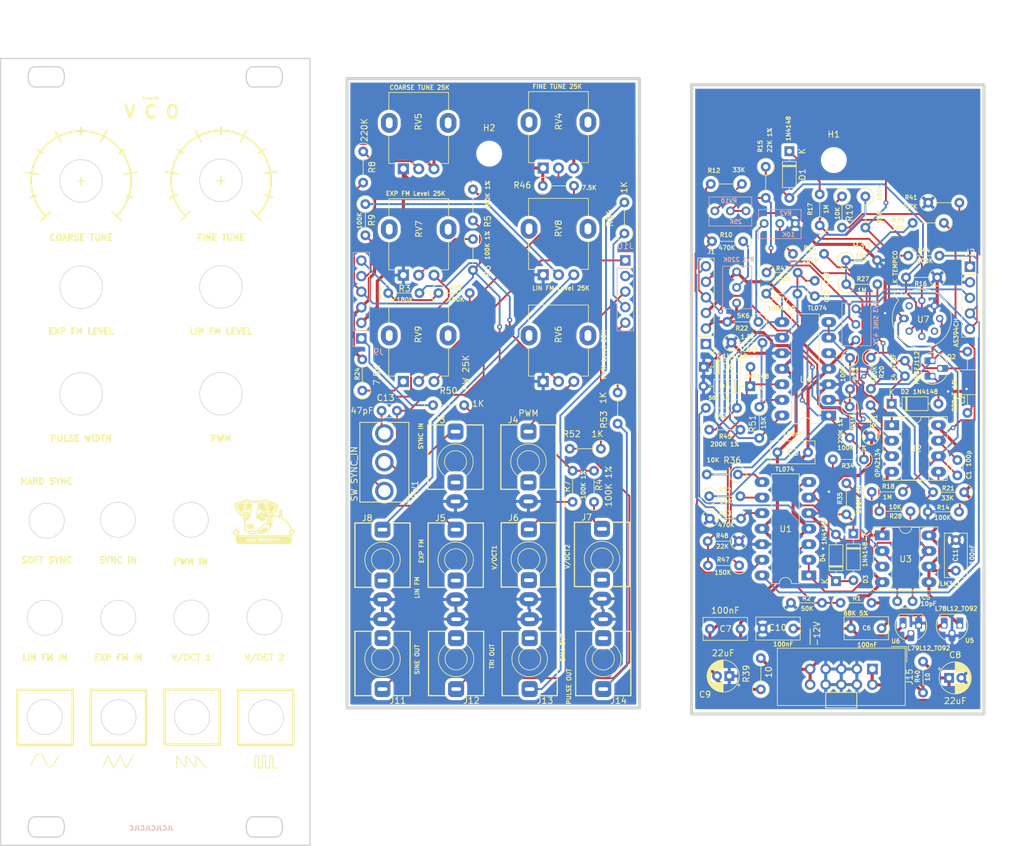
<source format=kicad_pcb>
(kicad_pcb (version 20211014) (generator pcbnew)
  (layers (0 "F.Cu" signal) (31 "B.Cu" signal) (34 "B.Paste" user) (35 "F.Paste" user) (36 "B.SilkS" user "B.Silkscreen") (37 "F.SilkS" user "F.Silkscreen") (38 "B.Mask" user) (39 "F.Mask" user) (44 "Edge.Cuts" user))
  (net 0 "")
  (net 1 "Net-(C1-Pad2)")
  (net 2 "Net-(C2-Pad1)")
  (net 3 "Net-(C2-Pad2)")
  (net 4 "Net-(C4-Pad1)")
  (net 5 "Net-(C4-Pad2)")
  (net 6 "Net-(C5-Pad1)")
  (net 7 "VCC")
  (net 8 "VEE")
  (net 9 "GND")
  (net 10 "Net-(C12-Pad1)")
  (net 11 "HARD SYNC IN MainB")
  (net 12 "Net-(D1-Pad1)")
  (net 13 "Net-(D1-Pad2)")
  (net 14 "Net-(D3-Pad1)")
  (net 15 "Net-(D3-Pad2)")
  (net 16 "Net-(D4-Pad2)")
  (net 17 "Net-(D5-Pad1)")
  (net 18 "INPUT PW MainB")
  (net 19 "LINEAR FM MainB")
  (net 20 "INPUTx5 MainB")
  (net 21 "SINE OUT MainB")
  (net 22 "TRI OUT MainB")
  (net 23 "SAW OUT MainB")
  (net 24 "PULSE OUT MainB")
  (net 25 "Net-(J3-PadT)")
  (net 27 "Net-(J4-PadT)")
  (net 29 "Net-(J5-PadT)")
  (net 31 "INPUT PW CtrlB")
  (net 33 "INPUTx5 CtrlB")
  (net 35 "Net-(J8-PadT)")
  (net 37 "LINEAR FM CtrlB")
  (net 38 "HARD SYNC IN CtrlB")
  (net 39 "SINE OUT CtrlB")
  (net 40 "TRI OUT CtrlB")
  (net 41 "SAW OUT CtrlB")
  (net 42 "PULSE OUT CtrlB")
  (net 47 "Net-(C13-Pad2)")
  (net 48 "Net-(J15-Pad1)")
  (net 49 "Net-(R1-Pad1)")
  (net 50 "Net-(R10-Pad1)")
  (net 51 "Net-(R11-Pad2)")
  (net 52 "Net-(R12-Pad1)")
  (net 53 "Net-(R15-Pad2)")
  (net 54 "Net-(R14-Pad1)")
  (net 55 "Net-(R18-Pad1)")
  (net 56 "Net-(R22-Pad1)")
  (net 57 "Net-(R23-Pad1)")
  (net 58 "Net-(R23-Pad2)")
  (net 59 "Net-(R26-Pad1)")
  (net 60 "Net-(R28-Pad1)")
  (net 61 "Net-(R31-Pad2)")
  (net 62 "Net-(R32-Pad2)")
  (net 63 "Net-(R36-Pad1)")
  (net 64 "Net-(R38-Pad2)")
  (net 65 "Net-(R43-Pad1)")
  (net 66 "Net-(R49-Pad2)")
  (net 67 "Net-(J15-Pad10)")
  (net 68 "Net-(J6-PadT)")
  (net 69 "Net-(J7-PadT)")
  (net 70 "Net-(J11-PadT)")
  (net 71 "Net-(J12-PadT)")
  (net 72 "Net-(J13-PadT)")
  (net 73 "Net-(J14-PadT)")
  (net 74 "Net-(R3-Pad2)")
  (net 75 "Net-(R5-Pad1)")
  (net 76 "Net-(R6-Pad1)")
  (net 77 "Net-(R8-Pad1)")
  (net 78 "Net-(R9-Pad1)")
  (net 79 "Net-(R24-Pad1)")
  (net 80 "Net-(R25-Pad2)")
  (net 81 "Net-(R46-Pad2)")
  (net 82 "+12V")
  (net 83 "-12V")
  (net 84 "Net-(R17-Pad1)")
  (footprint "Resistor_THT:R_Axial_DIN0207_L6.3mm_D2.5mm_P5.08mm_Vertical" (layer "F.Cu") (at 145.7 131.765 90)
    (fp_text reference "R39")
    (fp_text value "10")
  )
  (footprint "Resistor_THT:R_Axial_DIN0207_L6.3mm_D2.5mm_P5.08mm_Vertical" (layer "F.Cu") (at 142.615 49.3 180)
    (fp_text reference "R12")
    (fp_text value "33K")
  )
  (footprint "Diode_THT:D_DO-35_SOD27_P7.62mm_Horizontal" (layer "F.Cu") (at 167.04 85.15)
    (fp_text reference "D2")
    (fp_text value "1N4148")
  )
  (footprint "Audio_Jack:Jack_3.5mm_QingPu_WQP-PJ398SM_Vertical" (layer "F.Cu") (at 120 126.8 180)
    (fp_text reference "J14")
    (fp_text value "PULSE OUT")
  )
  (footprint "Diode_THT:D_DO-35_SOD27_P7.62mm_Horizontal" (layer "F.Cu") (at 157.95 114.11 90)
    (fp_text reference "D4")
    (fp_text value "1N4148")
  )
  (footprint "Resistor_THT:R_Axial_DIN0207_L6.3mm_D2.5mm_P5.08mm_Vertical" (layer "F.Cu") (at 150.6 117.65)
    (fp_text reference "R2")
    (fp_text value "50K")
  )
  (footprint "Package_TO_SOT_THT:TO-5-8" (layer "F.Cu") (at 169.035 71.25)
    (fp_text reference "U7")
    (fp_text value "AS394CH")
  )
  (footprint "Resistor_THT:R_Axial_DIN0207_L6.3mm_D2.5mm_P5.08mm_Vertical" (layer "F.Cu") (at 162.75 51.335 -90)
    (fp_text reference "R38")
    (fp_text value "100K")
  )
  (footprint "Resistor_THT:R_Axial_DIN0207_L6.3mm_D2.5mm_P5.08mm_Vertical" (layer "F.Cu") (at 118.5 101.18 90)
    (fp_text reference "R4")
    (fp_text value "100K 1%")
  )
  (footprint "Potentiometer_THT:Potentiometer_Alpha_RD901F-40-00D_Single_Vertical" (layer "F.Cu") (at 110.2 64.1125 90)
    (fp_text reference "RV8")
    (fp_text value "LIN FM Level 25K")
  )
  (footprint "Diode_THT:D_DO-35_SOD27_P7.62mm_Horizontal" (layer "F.Cu") (at 150.35 43.95 -90)
    (fp_text reference "D1")
    (fp_text value "1N4148")
  )
  (footprint "Resistor_THT:R_Axial_DIN0207_L6.3mm_D2.5mm_P5.08mm_Vertical" (layer "F.Cu") (at 163.785 99.55)
    (fp_text reference "R18")
    (fp_text value "1M")
  )
  (footprint "Capacitor_THT:C_Rect_L7.0mm_W3.5mm_P5.00mm" (layer "F.Cu") (at 142.4 121.9 180)
    (fp_text reference "C7")
    (fp_text value "100nF")
  )
  (footprint "Resistor_THT:R_Axial_DIN0207_L6.3mm_D2.5mm_P5.08mm_Vertical" (layer "F.Cu") (at 159.635 65.65)
    (fp_text reference "R27")
    (fp_text value "1M")
  )
  (footprint "Resistor_THT:R_Axial_DIN0207_L6.3mm_D2.5mm_P5.08mm_Vertical" (layer "F.Cu") (at 160.25 77.685 -90)
    (fp_text reference "R23")
    (fp_text value "100K")
  )
  (footprint "Capacitor_THT:C_Disc_D3.0mm_W2.0mm_P2.50mm" (layer "F.Cu") (at 86.35 86.3 180)
    (fp_text reference "C13")
    (fp_text value "47pF")
  )
  (footprint "Resistor_THT:R_Axial_DIN0207_L6.3mm_D2.5mm_P5.08mm_Vertical" (layer "F.Cu") (at 159.65 103.215 90)
    (fp_text reference "R35")
    (fp_text value "100K 1%")
  )
  (footprint "Audio_Jack:Jack_3.5mm_QingPu_WQP-PJ398SM_Vertical" (layer "F.Cu") (at 96 126.8 180)
    (fp_text reference "J12")
    (fp_text value "TRI OUT")
  )
  (footprint "Capacitor_THT:C_Rect_L7.0mm_W3.5mm_P5.00mm" (layer "F.Cu") (at 165.4 121.8 180)
    (fp_text reference "C6")
    (fp_text value "100nF")
  )
  (footprint "Potentiometer_THT:Potentiometer_Alpha_RD901F-40-00D_Single_Vertical" (layer "F.Cu") (at 110.2 46.7 90)
    (fp_text reference "RV4")
    (fp_text value "FINE TUNE 25K")
  )
  (footprint "Resistor_THT:R_Axial_DIN0207_L6.3mm_D2.5mm_P5.08mm_Vertical" (layer "F.Cu") (at 92.235 85.4)
    (fp_text reference "R50")
    (fp_text value "1K")
  )
  (footprint "Resistor_THT:R_Axial_DIN0207_L6.3mm_D2.5mm_P5.08mm_Vertical" (layer "F.Cu") (at 145.3 71.8 180)
    (fp_text reference "R22")
    (fp_text value "5K6")
  )
  (footprint "Logos:Gaston-Music1" (layer "F.Cu") (at 64.634534 105.383416)
    (fp_text reference "G***")
    (fp_text value "LOGO" hide)
  )
  (footprint "Resistor_THT:R_Axial_DIN0207_L6.3mm_D2.5mm_P5.08mm_Vertical" (layer "F.Cu") (at 137.385 103.9)
    (fp_text reference "R33")
    (fp_text value "470K")
  )
  (footprint "Resistor_THT:R_Axial_DIN0207_L6.3mm_D2.5mm_P5.08mm_Vertical" (layer "F.Cu") (at 119.615 92.5 180)
    (fp_text reference "R52")
    (fp_text value "1K")
  )
  (footprint "Connector_PinHeader_2.54mm:PinHeader_1x05_P2.54mm_Vertical" (layer "F.Cu") (at 179.8 62.8)
    (fp_text reference "J2")
    (fp_text value "Conn_01x5_Male_MainB")
  )
  (footprint "Capacitor_THT:CP_Radial_D5.0mm_P2.00mm" (layer "F.Cu") (at 176.394888 129.9)
    (fp_text reference "C8")
    (fp_text value "22uF")
  )
  (footprint "Resistor_THT:R_Axial_DIN0207_L6.3mm_D2.5mm_P5.08mm_Vertical" (layer "F.Cu") (at 178.015 102.8 180)
    (fp_text reference "R14")
    (fp_text value "100K")
  )
  (footprint "Audio_Jack:Jack_3.5mm_QingPu_WQP-PJ398SM_Vertical" (layer "F.Cu") (at 107.866666 110.5775)
    (fp_text reference "J6")
    (fp_text value "V/OCT1")
  )
  (footprint "Resistor_THT:R_Axial_DIN0207_L6.3mm_D2.5mm_P5.08mm_Vertical" (layer "F.Cu") (at 158.95 51.335 -90)
    (fp_text reference "R19")
    (fp_text value "10K")
  )
  (footprint "Capacitor_THT:C_Rect_L7.0mm_W3.5mm_P5.00mm" (layer "F.Cu") (at 146 121.85)
    (fp_text reference "C10")
    (fp_text value "100nF")
  )
  (footprint "Diode_THT:D_DO-35_SOD27_P7.62mm_Horizontal" (layer "F.Cu") (at 136.39 79.15)
    (fp_text reference "D6")
    (fp_text value "1N4148")
  )
  (footprint "Resistor_THT:R_Axial_DIN0207_L6.3mm_D2.5mm_P5.08mm_Vertical" (layer "F.Cu") (at 146.635 63.75)
    (fp_text reference "R43")
    (fp_text value "150K")
  )
  (footprint "MountingHole:MountingHole_3.2mm_M3" (layer "F.Cu") (at 101.4 44.35)
    (fp_text reference "H2")
    (fp_text value "MountingHole")
  )
  (footprint "Resistor_THT:R_Axial_DIN0207_L6.3mm_D2.5mm_P5.08mm_Vertical" (layer "F.Cu") (at 155.3 56.065 90)
    (fp_text reference "R17")
    (fp_text value "1M")
  )
  (footprint "Audio_Jack:Jack_3.5mm_QingPu_WQP-PJ398SM_Vertical" (layer "F.Cu") (at 119.8 110.5)
    (fp_text reference "J7")
    (fp_text value "V/OCT2")
  )
  (footprint "eurorack:LFOticks" (layer "F.Cu") (at 57.634534 48.783416)
    (fp_text reference "G***" hide)
    (fp_text value "LOGO" hide)
  )
  (footprint "Resistor_THT:R_Axial_DIN0207_L6.3mm_D2.5mm_P5.08mm_Vertical" (layer "F.Cu") (at 141.965 96.7 180)
    (fp_text reference "R36")
    (fp_text value "10K")
  )
  (footprint "Resistor_THT:R_Axial_DIN0207_L6.3mm_D2.5mm_P5.08mm_Vertical" (layer "F.Cu") (at 150.935 60.7)
    (fp_text reference "R26")
    (fp_text value "100K")
  )
  (footprint "Resistor_THT:R_Axial_DIN0207_L6.3mm_D2.5mm_P5.08mm_Vertical" (layer "F.Cu") (at 178.865 99.6 180)
    (fp_text reference "R21")
    (fp_text value "33K")
  )
  (footprint "Resistor_THT:R_Axial_DIN0207_L6.3mm_D2.5mm_P5.08mm_Vertical" (layer "F.Cu") (at 146.5 46.485 -90)
    (fp_text reference "R15")
    (fp_text value "22K 1%")
  )
  (footprint "Resistor_THT:R_Axial_DIN0207_L6.3mm_D2.5mm_P5.08mm_Vertical" (layer "F.Cu") (at 93.135 67.1)
    (fp_text reference "R25")
    (fp_text value "100K")
  )
  (footprint "Resistor_THT:R_Axial_DIN0207_L6.3mm_D2.5mm_P5.08mm_Vertical" (layer "F.Cu") (at 137.285 100.25)
    (fp_text reference "R32")
    (fp_text value "10K")
  )
  (footprint "Diode_THT:D_DO-35_SOD27_P7.62mm_Horizontal" (layer "F.Cu") (at 143.96 82.3 180)
    (fp_text reference "D5")
    (fp_text value "1N4148")
  )
  (footprint "Capacitor_THT:CP_Radial_D5.0mm_P2.00mm" (layer "F.Cu") (at 140.555113 129.6 180)
    (fp_text reference "C9")
    (fp_text value "22uF")
  )
  (footprint "Resistor_THT:R_Axial_DIN0207_L6.3mm_D2.5mm_P5.08mm_Vertical" (layer "F.Cu") (at 159.585 61.75)
    (fp_text reference "R30")
    (fp_text value "10K")
  )
  (footprint "Audio_Jack:Jack_3.5mm_QingPu_WQP-PJ398SM_Vertical" (layer "F.Cu") (at 95.933333 110.6225)
    (fp_text reference "J5")
    (fp_text value "EXP FM")
  )
  (footprint "Capacitor_THT:C_Rect_L7.0mm_W3.5mm_P5.00mm" (layer "F.Cu") (at 177.5 112.4 90)
    (fp_text reference "C11")
    (fp_text value "100nF")
  )
  (footprint "Resistor_THT:R_Axial_DIN0207_L6.3mm_D2.5mm_P5.08mm_Vertical" (layer "F.Cu") (at 115 101.18 90)
    (fp_text reference "R7")
    (fp_text value "100K 1%")
  )
  (footprint "Resistor_THT:R_Axial_DIN0207_L6.3mm_D2.5mm_P5.08mm_Vertical" (layer "F.Cu") (at 163.65 77.635 -90)
    (fp_text reference "R20")
    (fp_text value "100K")
  )
  (footprint "Resistor_THT:R_Axial_DIN0207_L6.3mm_D2.5mm_P5.08mm_Vertical" (layer "F.Cu") (at 142.165 111.55 180)
    (fp_text reference "R47")
    (fp_text value "150K")
  )
  (footprint "Resistor_THT:R_Axial_DIN0207_L6.3mm_D2.5mm_P5.08mm_Vertical" (layer "F.Cu") (at 123.45 57.38 90)
    (fp_text reference "R54")
    (fp_text value "1K")
  )
  (footprint "Resistor_THT:R_Axial_DIN0207_L6.3mm_D2.5mm_P5.08mm_Vertical" (layer "F.Cu") (at 163.6 90.465 90)
    (fp_text reference "R11")
    (fp_text value "47K")
  )
  (footprint "Diode_THT:D_DO-35_SOD27_P7.62mm_Horizontal" (layer "F.Cu") (at 160.8 106.35 -90)
    (fp_text reference "D3")
    (fp_text value "1N4148")
  )
  (footprint "Potentiometer_THT:Potentiometer_Alpha_RD901F-40-00D_Single_Vertical" (layer "F.Cu") (at 87.4 64.175 90)
    (fp_text reference "RV7")
    (fp_text value "EXP FM Level 25K")
  )
  (footprint "Resistor_THT:R_Axial_DIN0207_L6.3mm_D2.5mm_P5.08mm_Vertical" (layer "F.Cu") (at 80.85 44 -90)
    (fp_text reference "R8")
    (fp_text value "220K")
  )
  (footprint "Audio_Jack:Jack_3.5mm_QingPu_WQP-PJ398SM_Vertical" (layer "F.Cu") (at 84 126.8 180)
    (fp_text reference "J11")
    (fp_text value "SINE OUT")
  )
  (footprint "Resistor_THT:R_Axial_DIN0207_L6.3mm_D2.5mm_P5.08mm_Vertical" (layer "F.Cu") (at 140.9 75.2)
    (fp_text reference "R49")
    (fp_text value "1.5K")
  )
  (footprint "Resistor_THT:R_Axial_DIN0207_L6.3mm_D2.5mm_P5.08mm_Vertical" (layer "F.Cu") (at 110.135 49.6)
    (fp_text reference "R46")
    (fp_text value "7.5K")
  )
  (footprint "Resistor_THT:R_Axial_DIN0207_L6.3mm_D2.5mm_P5.08mm_Vertical" (layer "F.Cu") (at 169.735 61)
    (fp_text reference "R44")
    (fp_text value "100K")
  )
  (footprint "MountingHole:MountingHole_3.2mm_M3" (layer "F.Cu") (at 157.6 45.4)
    (fp_text reference "H1")
    (fp_text value "MountingHole")
  )
  (footprint "Resistor_THT:R_Axial_DIN0207_L6.3mm_D2.5mm_P5.08mm_Vertical" (layer "F.Cu") (at 173 52.35)
    (fp_text reference "R41")
    (fp_text value "4.7K")
  )
  (footprint "Package_TO_SOT_THT:TO-92L_HandSolder" (layer "F.Cu") (at 173.69 78.13 -90)
    (fp_text reference "Q2")
    (fp_text value "MMBFJ112")
  )
  (footprint "Capacitor_THT:C_Axial_L3.8mm_D2.6mm_P10.00mm_Horizontal" (layer "F.Cu") (at 179.4 76.65 -90)
    (fp_text reference "C2")
    (fp_text value "220pF 1%")
  )
  (footprint "Resistor_THT:R_Axial_DIN0207_L6.3mm_D2.5mm_P5.08mm_Vertical" (layer "F.Cu") (at 142.815 58.65 180)
    (fp_text reference "R10")
    (fp_text value "470K")
  )
  (footprint "Resistor_THT:R_Axial_DIN0207_L6.3mm_D2.5mm_P5.08mm_Vertical" (layer "F.Cu") (at 137.285 89.4)
    (fp_text reference "R45")
    (fp_text value "200K 1%")
  )
  (footprint "Resistor_THT:R_Axial_DIN0207_L6.3mm_D2.5mm_P5.08mm_Vertical" (layer "F.Cu") (at 80.7 83.015 90)
    (fp_text reference "R24")
    (fp_text value "7.5K")
  )
  (footprint "Package_TO_SOT_THT:TO-92L_HandSolder" (layer "F.Cu") (at 171.44 121.35 180)
    (fp_text reference "U6")
    (fp_text value "L79L12_TO92")
  )
  (footprint "Package_DIP:DIP-8_W7.62mm_Socket_LongPads" (layer "F.Cu") (at 165.5 106.65)
    (fp_text reference "U3")
    (fp_text value "LM311")
  )
  (footprint "Capacitor_THT:C_Disc_D3.0mm_W1.6mm_P2.50mm" (layer "F.Cu") (at 177.75 96.85 90)
    (fp_text reference "C1")
    (fp_text value "100p")
  )
  (footprint "Resistor_THT:R_Axial_DIN0207_L6.3mm_D2.5mm_P5.08mm_Vertical" (layer "F.Cu") (at 174.465 64.55 180)
    (fp_text reference "R16")
    (fp_text value "1K TEMPCO")
  )
  (footprint "Resistor_THT:R_Axial_DIN0207_L6.3mm_D2.5mm_P5.08mm_Vertical" (layer "F.Cu") (at 146.585 67.2)
    (fp_text reference "R37")
    (fp_text value "100K 1%")
  )
  (footprint "Resistor_THT:R_Axial_DIN0207_L6.3mm_D2.5mm_P5.08mm_Vertical" (layer "F.Cu") (at 98.75 58.285 -90)
    (fp_text reference "R6")
    (fp_text value "100K 1%")
  )
  (footprint "Capacitor_THT:C_Disc_D3.0mm_W2.0mm_P2.50mm" (layer "F.Cu") (at 154.5 65.1 -90)
    (fp_text reference "C12")
    (fp_text value "47pF")
  )
  (footprint "Capacitor_THT:C_Rect_L7.0mm_W3.5mm_P5.00mm" (layer "F.Cu") (at 153.4 93.1 180)
    (fp_text reference "C3")
    (fp_text value "100nF")
  )
  (footprint "Resistor_THT:R_Axial_DIN0207_L6.3mm_D2.5mm_P5.08mm_Vertical" (layer "F.Cu") (at 145.45 85.685 -90)
    (fp_text reference "R51")
    (fp_text value "15K")
  )
  (footprint "Resistor_THT:R_Axial_DIN0207_L6.3mm_D2.5mm_P5.08mm_Vertical" (layer "F.Cu") (at 158.685 117.65)
    (fp_text reference "R1")
    (fp_text value "68K 5%")
  )
  (footprint "Resistor_THT:R_Axial_DIN0207_L6.3mm_D2.5mm_P5.08mm_Vertical" (layer "F.Cu") (at 172.15 127.235 -90)
    (fp_text reference "R40")
    (fp_text value "10")
  )
  (footprint "Capacitor_THT:C_Disc_D3.0mm_W2.0mm_P2.50mm" (layer "F.Cu") (at 169.2 80.65 90)
    (fp_text reference "C4")
    (fp_text value "47pF")
  )
  (footprint "Resistor_THT:R_Axial_DIN0207_L6.3mm_D2.5mm_P5.08mm_Vertical" (layer "F.Cu") (at 141.815 85.85 180)
    (fp_text reference "R42")
    (fp_text value "50K 1%")
  )
  (footprint "Resistor_THT:R_Axial_DIN0207_L6.3mm_D2.5mm_P5.08mm_Vertical" (layer "F.Cu") (at 170.1 102.7 180)
    (fp_text reference "R28")
    (fp_text value "10K")
  )
  (footprint "Package_DIP:DIP-14_W7.62mm_LongPads" (layer "F.Cu") (at 153.525 113.175 180)
    (fp_text reference "U1")
    (fp_text value "TL074")
  )
  (footprint "Potentiometer_THT:Potentiometer_Alpha_RD901F-40-00D_Single_Vertical" (layer "F.Cu") (at 110.2 81.525 90)
    (fp_text reference "RV6")
    (fp_text value "PWM Level 25K")
  )
  (footprint "Package_DIP:DIP-8_W7.62mm_Socket_LongPads" (layer "F.Cu") (at 167.05 88.65)
    (fp_text reference "U2")
    (fp_text value "OPA2134")
  )
  (footprint "Audio_Jack:Jack_3.5mm_QingPu_WQP-PJ398SM_Vertical" (layer "F.Cu") (at 95.9 94.6225)
    (fp_text reference "J3")
    (fp_text value "SYNC IN")
  )
  (footprint "Potentiometer_THT:Potentiometer_Alpha_RD901F-40-00D_Single_Vertical" (layer "F.Cu") (at 87.4 81.525 90)
    (fp_text reference "RV9")
    (fp_text value "PW 25K")
  )
  (footprint "Resistor_THT:R_Axial_DIN0207_L6.3mm_D2.5mm_P5.08mm_Vertical" (layer "F.Cu") (at 162.515 94.25 180)
    (fp_text reference "R34")
    (fp_text value "100K 1%")
  )
  (footprint "Audio_Jack:Jack_3.5mm_QingPu_WQP-PJ398SM_Vertical" (layer "F.Cu") (at 108 126.8 180)
    (fp_text reference "J13")
    (fp_text value "SAW OUT")
  )
  (footprint "Package_DIP:DIP-14_W7.62mm_LongPads" (layer "F.Cu") (at 156.775 87.075 180)
    (fp_text reference "U4")
    (fp_text value "TL074")
  )
  (footprint "Resistor_THT:R_Axial_DIN0207_L6.3mm_D2.5mm_P5.08mm_Vertical" (layer "F.Cu") (at 81.2 52.585 -90)
    (fp_text reference "R9")
    (fp_text value "100K")
  )
  (footprint "Package_TO_SOT_THT:TO-92L_HandSolder" (layer "F.Cu") (at 178.15 121.35 180)
    (fp_text reference "U5")
    (fp_text value "L78L12_TO92")
  )
  (footprint "eurorack:Eurorack_power_header" (layer "F.Cu") (at 163.9 128.45 -90)
    (fp_text reference "J15")
    (fp_text value "EURO_PWR_2x5")
  )
  (footprint "Audio_Jack:Jack_3.5mm_QingPu_WQP-PJ398SM_Vertical" (layer "F.Cu") (at 107.8 94.62)
    (fp_text reference "J4")
    (fp_text value "PWM")
  )
  (footprint "Audio_Jack:Jack_3.5mm_QingPu_WQP-PJ398SM_Vertical" (layer "F.Cu") (at 84 110.6225)
    (fp_text reference "J8")
    (fp_text value "LIN FM")
  )
  (footprint "eurorack:SPDT toggle on-off-on" (layer "F.Cu") (at 84.3 94.7 90)
    (fp_text reference "SW1")
    (fp_text value "SW SYNC_IN")
  )
  (footprint "Connector_PinHeader_2.54mm:PinHeader_1x06_P2.54mm_Vertical" (layer "F.Cu") (at 136.75 75.42 180)
    (fp_text reference "J1")
    (fp_text value "Conn_01x6_Male_MainB")
  )
  (footprint "Resistor_THT:R_Axial_DIN0207_L6.3mm_D2.5mm_P5.08mm_Vertical" (layer "F.Cu") (at 98.75 50.185 -90)
    (fp_text reference "R5")
    (fp_text value "100K 1%")
  )
  (footprint "Capacitor_THT:C_Disc_D3.0mm_W2.0mm_P2.50mm" (layer "F.Cu") (at 167.95 117.4)
    (fp_text reference "C5")
    (fp_text value "10pF")
  )
  (footprint "Resistor_THT:R_Axial_DIN0207_L6.3mm_D2.5mm_P5.08mm_Vertical" (layer "F.Cu") (at 142.115 107.6 180)
    (fp_text reference "R48")
    (fp_text value "22K")
  )
  (footprint "Resistor_THT:R_Axial_DIN0207_L6.3mm_D2.5mm_P5.08mm_Vertical" (layer "F.Cu") (at 175.55 55.65 180)
    (fp_text reference "R29")
    (fp_text value "10K")
  )
  (footprint "eurorack:LFOticks" (layer "F.Cu") (at 34.8125 48.833416)
    (fp_text reference "G***" hide)
    (fp_text value "LOGO" hide)
  )
  (footprint "Resistor_THT:R_Axial_DIN0207_L6.3mm_D2.5mm_P5.08mm_Vertical" (layer "F.Cu") (at 84.935 67.1)
    (fp_text reference "R3")
    (fp_text value "180K")
  )
  (footprint "Resistor_THT:R_Axial_DIN0207_L6.3mm_D2.5mm_P5.08mm_Vertical" (layer "F.Cu") (at 160.2 85.635 -90)
    (fp_text reference "R31")
    (fp_text value "220K 1%")
  )
  (footprint "Resistor_THT:R_Axial_DIN0207_L6.3mm_D2.5mm_P5.08mm_Vertical" (layer "F.Cu") (at 122.35 83.335 -90)
    (fp_text reference "R53")
    (fp_text value "1K")
  )
  (footprint "Potentiometer_THT:Potentiometer_Alpha_RD901F-40-00D_Single_Vertical" (layer "F.Cu") (at 87.4 46.825 90)
    (fp_text reference "RV5")
    (fp_text value "COARSE TUNE 25K")
  )
  (footprint "Potentiometer_THT:Potentiometer_Bourns_3266Y_Vertical" (layer "B.Cu") (at 146.25 55.75 180)
    (fp_text reference "RV2")
    (fp_text value "10K")
  )
  (footprint "Potentiometer_THT:Potentiometer_Bourns_3266Y_Vertical" (layer "B.Cu") (at 141.75 68.725 -90)
    (fp_text reference "RV1")
    (fp_text value "220K")
  )
  (footprint "Connector_PinHeader_2.54mm:PinHeader_1x06_P2.54mm_Vertical" (layer "B.Cu") (at 80.55 74.5)
    (fp_text reference "J9")
    (fp_text value "Conn_01x6_Female_CtrlB")
  )
  (footprint "Potentiometer_THT:Potentiometer_Bourns_3266Y_Vertical" (layer "B.Cu") (at 138.2 53.7 180)
    (fp_text reference "RV10")
    (fp_text value "25K")
  )
  (footprint "Potentiometer_THT:Potentiometer_Bourns_3266Y_Vertical" (layer "B.Cu") (at 161.2 74.75 -90)
    (fp_text reference "RV3")
    (fp_text value "SINE 47K")
  )
  (footprint "Connector_PinHeader_2.54mm:PinHeader_1x05_P2.54mm_Vertical" (layer "B.Cu") (at 123.6 61.775 180)
    (fp_text reference "J10")
    (fp_text value "Conn_01x5_Female_CtrlB")
  )
  (gr_line locked (start 66.120535 142.615692) (end 66.120535 144.615692) (layer "F.SilkS") (width 0.15))
  (gr_line locked (start 26.595535 144.219844) (end 27.445535 142.619844) (layer "F.SilkS") (width 0.15))
  (gr_line locked (start 66.120535 144.615692) (end 66.770535 144.615692) (layer "F.SilkS") (width 0.15))
  (gr_line locked (start 42.220535 144.615692) (end 43.270535 142.615692) (layer "F.SilkS") (width 0.15))
  (gr_line locked (start 65.620535 144.615692) (end 65.620535 142.615692) (layer "F.SilkS") (width 0.15))
  (gr_line locked (start 53.558035 142.565692) (end 55.208035 144.615692) (layer "F.SilkS") (width 0.15))
  (gr_line locked (start 65.870535 142.615692) (end 66.120535 142.615692) (layer "F.SilkS") (width 0.15))
  (gr_line locked (start 63.470535 142.565692) (end 63.770535 142.565692) (layer "F.SilkS") (width 0.15))
  (gr_line locked (start 51.908035 142.565692) (end 53.558035 144.615692) (layer "F.SilkS") (width 0.15))
  (gr_line locked (start 28.527473 142.633416) (end 29.263597 144.106272) (layer "F.SilkS") (width 0.15))
  (gr_line locked (start 65.620535 142.615692) (end 65.870535 142.615692) (layer "F.SilkS") (width 0.15))
  (gr_line locked (start 51.908035 144.615692) (end 50.433035 142.590692) (layer "F.SilkS") (width 0.15))
  (gr_line locked (start 64.670535 142.565692) (end 64.420535 142.565692) (layer "F.SilkS") (width 0.15))
  (gr_arc locked (start 27.445535 142.669844) (mid 27.975205 142.316034) (end 28.527473 142.633416) (layer "F.SilkS") (width 0.15))
  (gr_line locked (start 39.270535 142.640692) (end 38.370535 144.490692) (layer "F.SilkS") (width 0.15))
  (gr_line locked (start 63.470535 142.565692) (end 63.220535 142.565692) (layer "F.SilkS") (width 0.15))
  (gr_line locked (start 64.420535 144.615692) (end 64.420535 142.565692) (layer "F.SilkS") (width 0.15))
  (gr_rect (start 24.459535 131.849416) (end 33.459535 140.849416) (layer "F.SilkS") (width 0.4) (fill none))
  (gr_arc locked (start 30.345535 144.069844) (mid 29.815865 144.423654) (end 29.263597 144.106272) (layer "F.SilkS") (width 0.15))
  (gr_rect (start 48.459535 131.799416) (end 57.459535 140.799416) (layer "F.SilkS") (width 0.4) (fill none))
  (gr_line locked (start 41.220535 142.565692) (end 42.220535 144.615692) (layer "F.SilkS") (width 0.15))
  (gr_rect (start 60.459535 131.849416) (end 69.459535 140.849416) (layer "F.SilkS") (width 0.4) (fill none))
  (gr_line locked (start 64.920535 142.565692) (end 64.920535 144.615692) (layer "F.SilkS") (width 0.15))
  (gr_line locked (start 51.908035 144.615692) (end 51.908035 142.565692) (layer "F.SilkS") (width 0.15))
  (gr_line locked (start 63.220535 144.615692) (end 63.220535 142.565692) (layer "F.SilkS") (width 0.15))
  (gr_line locked (start 63.770535 144.615692) (end 64.420535 144.615692) (layer "F.SilkS") (width 0.15))
  (gr_line locked (start 64.920535 144.615692) (end 65.620535 144.615692) (layer "F.SilkS") (width 0.15))
  (gr_rect (start 36.409535 131.849416) (end 45.409535 140.849416) (layer "F.SilkS") (width 0.4) (fill none))
  (gr_line locked (start 40.120535 144.615692) (end 39.270535 142.640692) (layer "F.SilkS") (width 0.15))
  (gr_line locked (start 63.770535 142.565692) (end 63.770535 144.615692) (layer "F.SilkS") (width 0.15))
  (gr_line locked (start 53.558035 144.615692) (end 53.558035 142.565692) (layer "F.SilkS") (width 0.15))
  (gr_line locked (start 31.195535 142.519844) (end 30.345535 144.119844) (layer "F.SilkS") (width 0.15))
  (gr_line locked (start 64.670535 142.565692) (end 64.920535 142.565692) (layer "F.SilkS") (width 0.15))
  (gr_line locked (start 50.433035 142.590692) (end 50.433035 144.590692) (layer "F.SilkS") (width 0.15))
  (gr_line locked (start 40.120535 144.615692) (end 41.220535 142.565692) (layer "F.SilkS") (width 0.15))
  (gr_arc locked (start 31.003532 30.166416) (mid 31.58107 30.35) (end 31.946532 30.833416) (layer "Edge.Cuts") (width 0.2))
  (gr_line (start 31.003532 152.566416) (end 27.327538 152.566416) (layer "Edge.Cuts") (width 0.2))
  (gr_arc locked (start 26.384538 153.233416) (mid 26.75 152.75) (end 27.327538 152.566416) (layer "Edge.Cuts") (width 0.2))
  (gr_arc locked (start 66.563532 30.166416) (mid 67.14107 30.35) (end 67.506532 30.833416) (layer "Edge.Cuts") (width 0.2))
  (gr_arc locked (start 27.327538 155.866416) (mid 26.75 155.682832) (end 26.384538 155.199416) (layer "Edge.Cuts") (width 0.2))
  (gr_arc locked (start 67.506532 32.799416) (mid 67.14107 33.282832) (end 66.563532 33.466416) (layer "Edge.Cuts") (width 0.2))
  (gr_arc locked (start 31.946532 155.199416) (mid 31.58107 155.682832) (end 31.003532 155.866416) (layer "Edge.Cuts") (width 0.2))
  (gr_circle locked (center 40.945535 136.299416) (end 42.995535 138.299416) (layer "Edge.Cuts") (width 0.1) (fill none))
  (gr_line (start 62.887535 155.866416) (end 66.563532 155.866416) (layer "Edge.Cuts") (width 0.2))
  (gr_line locked (start 21.715535 28.816416) (end 72.175535 28.816416) (layer "Edge.Cuts") (width 0.2))
  (gr_arc locked (start 26.384534 32.799416) (mid 26.215915 31.816416) (end 26.384534 30.833416) (layer "Edge.Cuts") (width 0.2))
  (gr_line locked (start 62.887535 33.466416) (end 66.563535 33.466416) (layer "Edge.Cuts") (width 0.2))
  (gr_line locked (start 27.327535 155.866416) (end 31.003535 155.866416) (layer "Edge.Cuts") (width 0.2))
  (gr_circle locked (center 28.895535 136.299416) (end 30.945535 138.299416) (layer "Edge.Cuts") (width 0.1) (fill none))
  (gr_circle locked (center 57.645535 66.099416) (end 60.245535 68.399416) (layer "Edge.Cuts") (width 0.1) (fill none))
  (gr_arc locked (start 26.384534 155.199416) (mid 26.215915 154.216416) (end 26.384534 153.233416) (layer "Edge.Cuts") (width 0.2))
  (gr_circle locked (center 34.845535 66.149416) (end 37.445535 68.449416) (layer "Edge.Cuts") (width 0.1) (fill none))
  (gr_rect (start 78.2 32.1) (end 125.9 134.8) (layer "Edge.Cuts") (width 0.5) (fill none))
  (gr_arc locked (start 61.944538 153.233416) (mid 62.31 152.75) (end 62.887538 152.566416) (layer "Edge.Cuts") (width 0.2))
  (gr_rect (start 134.4 33.1) (end 182.1 135.8) (layer "Edge.Cuts") (width 0.5) (fill none))
  (gr_circle locked (center 57.645535 83.528106) (end 60.245535 85.828106) (layer "Edge.Cuts") (width 0.1) (fill none))
  (gr_circle locked (center 28.945535 120.099416) (end 30.995535 122.099416) (layer "Edge.Cuts") (width 0.1) (fill none))
  (gr_arc locked (start 61.944534 32.799416) (mid 61.775915 31.816416) (end 61.944534 30.833416) (layer "Edge.Cuts") (width 0.2))
  (gr_circle locked (center 64.745535 119.999416) (end 66.795535 121.999416) (layer "Edge.Cuts") (width 0.1) (fill none))
  (gr_arc locked (start 62.887538 33.466416) (mid 62.31 33.282832) (end 61.944538 32.799416) (layer "Edge.Cuts") (width 0.2))
  (gr_circle locked (center 40.845535 104.099416) (end 42.895535 106.099416) (layer "Edge.Cuts") (width 0.1) (fill none))
  (gr_arc locked (start 31.946536 153.233416) (mid 32.115155 154.216416) (end 31.946536 155.199416) (layer "Edge.Cuts") (width 0.2))
  (gr_arc locked (start 62.887538 155.866416) (mid 62.31 155.682832) (end 61.944538 155.199416) (layer "Edge.Cuts") (width 0.2))
  (gr_circle locked (center 40.895535 120.099416) (end 42.945535 122.099416) (layer "Edge.Cuts") (width 0.1) (fill none))
  (gr_circle locked (center 52.745535 104.099416) (end 54.795535 106.099416) (layer "Edge.Cuts") (width 0.1) (fill none))
  (gr_arc locked (start 31.946532 32.799416) (mid 31.58107 33.282832) (end 31.003532 33.466416) (layer "Edge.Cuts") (width 0.2))
  (gr_arc locked (start 61.944538 30.833416) (mid 62.31 30.35) (end 62.887538 30.166416) (layer "Edge.Cuts") (width 0.2))
  (gr_circle locked (center 34.845535 48.799416) (end 37.445535 51.099416) (layer "Edge.Cuts") (width 0.1) (fill none))
  (gr_circle locked (center 64.995535 136.349416) (end 67.045535 138.349416) (layer "Edge.Cuts") (width 0.1) (fill none))
  (gr_line locked (start 66.563535 30.166416) (end 62.887535 30.166416) (layer "Edge.Cuts") (width 0.2))
  (gr_circle locked (center 52.845535 120.049416) (end 54.895535 122.049416) (layer "Edge.Cuts") (width 0.1) (fill none))
  (gr_circle locked (center 29.245535 104.249416) (end 31.295535 106.249416) (layer "Edge.Cuts") (width 0.1) (fill none))
  (gr_arc locked (start 61.944534 155.199416) (mid 61.775915 154.216416) (end 61.944534 153.233416) (layer "Edge.Cuts") (width 0.2))
  (gr_line locked (start 72.175535 28.816416) (end 72.175535 157.216416) (layer "Edge.Cuts") (width 0.2))
  (gr_line locked (start 66.563535 152.566416) (end 62.887535 152.566416) (layer "Edge.Cuts") (width 0.2))
  (gr_circle locked (center 34.845535 83.549416) (end 37.445535 85.849416) (layer "Edge.Cuts") (width 0.1) (fill none))
  (gr_arc locked (start 66.563532 152.566416) (mid 67.14107 152.75) (end 67.506532 153.233416) (layer "Edge.Cuts") (width 0.2))
  (gr_circle locked (center 57.645535 48.699416) (end 60.245535 50.999416) (layer "Edge.Cuts") (width 0.1) (fill none))
  (gr_line locked (start 72.175535 157.216416) (end 21.715535 157.216416) (layer "Edge.Cuts") (width 0.2))
  (gr_circle locked (center 52.945535 136.299416) (end 54.995535 138.299416) (layer "Edge.Cuts") (width 0.1) (fill none))
  (gr_arc locked (start 27.327538 33.466416) (mid 26.75 33.282832) (end 26.384538 32.799416) (layer "Edge.Cuts") (width 0.2))
  (gr_arc locked (start 67.506536 30.833416) (mid 67.675155 31.816416) (end 67.506536 32.799416) (layer "Edge.Cuts") (width 0.2))
  (gr_line locked (start 31.003535 30.166416) (end 27.327535 30.166416) (layer "Edge.Cuts") (width 0.2))
  (gr_arc locked (start 31.946536 30.833416) (mid 32.115155 31.816416) (end 31.946536 32.799416) (layer "Edge.Cuts") (width 0.2))
  (gr_arc locked (start 67.506536 153.233416) (mid 67.675155 154.216416) (end 67.506536 155.199416) (layer "Edge.Cuts") (width 0.2))
  (gr_line locked (start 21.715535 157.216416) (end 21.715535 28.816416) (layer "Edge.Cuts") (width 0.2))
  (gr_arc locked (start 31.003532 152.566416) (mid 31.58107 152.75) (end 31.946532 153.233416) (layer "Edge.Cuts") (width 0.2))
  (gr_arc locked (start 26.384538 30.833416) (mid 26.75 30.35) (end 27.327538 30.166416) (layer "Edge.Cuts") (width 0.2))
  (gr_arc locked (start 67.506532 155.199416) (mid 67.14107 155.682832) (end 66.563532 155.866416) (layer "Edge.Cuts") (width 0.2))
  (gr_line locked (start 27.327535 33.466416) (end 31.003535 33.466416) (layer "Edge.Cuts") (width 0.2))
  (gr_text "JLCJLCJLCJLC" (at 46.3 154.4) (layer "B.SilkS") (effects (font (size 0.7 0.7)) (justify mirror)))
  (gr_text "Yusynth" (at 46.184534 35.283416) (layer "F.SilkS") (effects (font (size 0.5 0.5) (thickness 0.125))))
  (gr_text "PWM" (at 57.645535 90.833416) (layer "F.SilkS") (effects (font (size 1 1) (thickness 0.25))))
  (gr_text "PULSE WIDTH" (at 34.845535 90.833416) (layer "F.SilkS") (effects (font (size 1 1) (thickness 0.25))))
  (gr_text "V C O" (at 46.384534 37.533416) (layer "F.SilkS") (effects (font (size 2 2) (thickness 0.4))))
  (gr_text "FINE TUNE" (at 57.645535 58.033416) (layer "F.SilkS") (effects (font (size 1 1) (thickness 0.25))))
  (gr_text "SOFT SYNC" (at 29.245535 110.683416) (layer "F.SilkS") (effects (font (size 1 1) (thickness 0.25))))
  (gr_text "LIN FM IN" (at 28.945535 126.583416) (layer "F.SilkS") (effects (font (size 1 1) (thickness 0.25))))
  (gr_text "V/OCT 1" (at 52.845535 126.583416) (layer "F.SilkS") (effects (font (size 1 1) (thickness 0.25))))
  (gr_text "EXP FM IN" (at 40.895535 126.583416) (layer "F.SilkS") (effects (font (size 1 1) (thickness 0.25))))
  (gr_text "HARD SYNC" (at 29.245535 97.833416) (layer "F.SilkS") (effects (font (size 1 1) (thickness 0.25))))
  (gr_text "EXP FM LEVEL" (at 34.845535 73.333416) (layer "F.SilkS") (effects (font (size 1 1) (thickness 0.25))))
  (gr_text "PWM IN" (at 52.745535 110.933416) (layer "F.SilkS") (effects (font (size 1 1) (thickness 0.25))))
  (gr_text "COARSE TUNE" (at 34.845535 58.033416) (layer "F.SilkS") (effects (font (size 1 1) (thickness 0.25))))
  (gr_text "LIN FM LEVEL" (at 57.645535 73.333416) (layer "F.SilkS") (effects (font (size 1 1) (thickness 0.25))))
  (gr_text "V/OCT 2" (at 64.745535 126.583416) (layer "F.SilkS") (effects (font (size 1 1) (thickness 0.25))))
  (gr_text "SYNC IN" (at 40.845535 110.683416) (layer "F.SilkS") (effects (font (size 1 1) (thickness 0.25))))
  (segment (start 180.54951 76.173855) (end 180.549511 87.850489) (width 0.3) (layer "F.Cu") (net 1))
  (segment (start 160.08137 56.415) (end 162.29637 54.2) (width 0.3) (layer "F.Cu") (net 1))
  (segment (start 158.95 56.415) (end 160.08137 56.415) (width 0.3) (layer "F.Cu") (net 1))
  (segment (start 177.45 60.1) (end 177.45 73.074345) (width 0.3) (layer "F.Cu") (net 1))
  (segment (start 171.55 54.2) (end 177.45 60.1) (width 0.3) (layer "F.Cu") (net 1))
  (segment (start 162.29637 54.2) (end 171.55 54.2) (width 0.3) (layer "F.Cu") (net 1))
  (segment (start 180.549511 87.850489) (end 178.299511 87.850489) (width 0.3) (layer "F.Cu") (net 1))
  (segment (start 174.67 91.27) (end 174.67 91.19) (width 0.3) (layer "F.Cu") (net 1))
  (segment (start 177.45 73.074345) (end 180.54951 76.173855) (width 0.3) (layer "F.Cu") (net 1))
  (segment (start 178.299511 87.850489) (end 177.05 89.1) (width 0.3) (layer "F.Cu") (net 1))
  (segment (start 177.75 94.35) (end 174.67 91.27) (width 0.3) (layer "F.Cu") (net 1))
  (via (at 177.05 89.1) (size 0.8) (drill 0.4) (layers "F.Cu" "B.Cu") (net 1))
  (segment (start 177.05 89.1) (end 176.76 89.1) (width 0.3) (layer "B.Cu") (net 1))
  (segment (start 176.76 89.1) (end 174.67 91.19) (width 0.3) (layer "B.Cu") (net 1))
  (segment (start 175.2 74.6) (end 175.2 71.575) (width 0.3) (layer "F.Cu") (net 2))
  (segment (start 173.69 78.13) (end 173.69 76.11) (width 0.3) (layer "F.Cu") (net 2))
  (segment (start 179.4 76.65) (end 175.17 76.65) (width 0.3) (layer "F.Cu") (net 2))
  (segment (start 175.17 76.65) (end 173.69 78.13) (width 0.3) (layer "F.Cu") (net 2))
  (segment (start 175.2 71.575) (end 174.875 71.25) (width 0.3) (layer "F.Cu") (net 2))
  (segment (start 173.69 76.11) (end 175.2 74.6) (width 0.3) (layer "F.Cu") (net 2))
  (segment (start 160.1 79.9) (end 162.139052 79.9) (width 0.3) (layer "B.Cu") (net 2))
  (segment (start 157.115 76.915) (end 160.1 79.9) (width 0.3) (layer "B.Cu") (net 2))
  (segment (start 162.189541 79.950489) (end 162.810459 79.950489) (width 0.3) (layer "B.Cu") (net 2))
  (segment (start 156.775 76.915) (end 157.115 76.915) (width 0.3) (layer "B.Cu") (net 2))
  (segment (start 164.80997 81.95) (end 169.87 81.95) (width 0.3) (layer "B.Cu") (net 2))
  (segment (start 162.139052 79.9) (end 162.189541 79.950489) (width 0.3) (layer "B.Cu") (net 2))
  (segment (start 169.87 81.95) (end 173.69 78.13) (width 0.3) (layer "B.Cu") (net 2))
  (segment (start 162.810459 79.950489) (end 164.80997 81.95) (width 0.3) (layer "B.Cu") (net 2))
  (segment (start 164.449999 76.835001) (end 170.035001 76.835001) (width 0.3) (layer "F.Cu") (net 3))
  (segment (start 180.049991 86.000009) (end 179.4 86.65) (width 0.3) (layer "F.Cu") (net 3))
  (segment (start 172.55048 79.35048) (end 174.91048 79.35048) (width 0.3) (layer "F.Cu") (net 3))
  (segment (start 174.91048 79.35048) (end 174.96 79.4) (width 0.3) (layer "F.Cu") (net 3))
  (segment (start 180.049991 81.499991) (end 180.049991 86.000009) (width 0.3) (layer "F.Cu") (net 3))
  (segment (start 163.65 77.635) (end 164.449999 76.835001) (width 0.3) (layer "F.Cu") (net 3))
  (segment (start 174.96 79.4) (end 177.95 79.4) (width 0.3) (layer "F.Cu") (net 3))
  (segment (start 177.95 79.4) (end 180.049991 81.499991) (width 0.3) (layer "F.Cu") (net 3))
  (segment (start 170.035001 76.835001) (end 172.55048 79.35048) (width 0.3) (layer "F.Cu") (net 3))
  (segment (start 170.45 111.86) (end 173.12 109.19) (width 0.3) (layer "F.Cu") (net 4))
  (segment (start 167.04 85.15) (end 167.04 82.81) (width 0.3) (layer "F.Cu") (net 4))
  (segment (start 171.57048 107.64048) (end 173.12 109.19) (width 0.3) (layer "F.Cu") (net 4))
  (segment (start 164.715 65.65) (end 164.715 74.365) (width 0.3) (layer "F.Cu") (net 4))
  (segment (start 167.04 82.81) (end 169.2 80.65) (width 0.3) (layer "F.Cu") (net 4))
  (segment (start 170.45 117.4) (end 170.45 111.86) (width 0.3) (layer "F.Cu") (net 4))
  (segment (start 164.715 74.365) (end 165.65 75.3) (width 0.3) (layer "F.Cu") (net 4))
  (segment (start 173.785 99.6) (end 171.57048 101.81452) (width 0.3) (layer "F.Cu") (net 4))
  (segment (start 171.57048 101.81452) (end 171.57048 107.64048) (width 0.3) (layer "F.Cu") (net 4))
  (via (at 165.65 75.3) (size 0.8) (drill 0.4) (layers "F.Cu" "B.Cu") (net 4))
  (segment (start 170.8 88.91) (end 170.8 96.615) (width 0.3) (layer "B.Cu") (net 4))
  (segment (start 167.04 85.15) (end 170.8 88.91) (width 0.3) (layer "B.Cu") (net 4))
  (segment (start 165.65 77.1) (end 169.2 80.65) (width 0.3) (layer "B.Cu") (net 4))
  (segment (start 165.65 75.3) (end 165.65 77.1) (width 0.3) (layer "B.Cu") (net 4))
  (segment (start 170.8 96.615) (end 173.785 99.6) (width 0.3) (layer "B.Cu") (net 4))
  (segment (start 170.7 79.85) (end 169.2 78.35) (width 0.3) (layer "F.Cu") (net 5))
  (segment (start 173.69 80.67) (end 172.87 79.85) (width 0.3) (layer "F.Cu") (net 5))
  (segment (start 169.2 78.35) (end 169.2 78.15) (width 0.3) (layer "F.Cu") (net 5))
  (segment (start 172.87 79.85) (end 170.7 79.85) (width 0.3) (layer "F.Cu") (net 5))
  (segment (start 174.66 85.15) (end 174.66 81.64) (width 0.3) (layer "F.Cu") (net 5))
  (segment (start 168.215 78.15) (end 169.2 78.15) (width 0.3) (layer "F.Cu") (net 5))
  (segment (start 174.66 81.64) (end 173.69 80.67) (width 0.3) (layer "F.Cu") (net 5))
  (segment (start 163.65 82.715) (end 168.215 78.15) (width 0.3) (layer "F.Cu") (net 5))
  (segment (start 162.269511 75.193007) (end 162.269511 68.284511) (width 0.3) (layer "F.Cu") (net 6))
  (segment (start 161.899031 87.149031) (end 161.89903 82.081947) (width 0.3) (layer "F.Cu") (net 6))
  (segment (start 161.15 78.410655) (end 161.399511 78.161144) (width 0.3) (layer "F.Cu") (net 6))
  (segment (start 161.89903 82.081947) (end 161.15 81.332916) (width 0.3) (layer "F.Cu") (net 6))
  (segment (start 161.5 77.452917) (end 161.5 75.962518) (width 0.3) (layer "F.Cu") (net 6))
  (segment (start 161.399511 78.161144) (end 161.399511 77.553406) (width 0.3) (layer "F.Cu") (net 6))
  (segment (start 161.15 81.332916) (end 161.15 78.410655) (width 0.3) (layer "F.Cu") (net 6))
  (segment (start 167.95 117.4) (end 167.95 111.64) (width 0.3) (layer "F.Cu") (net 6))
  (segment (start 162.269511 68.284511) (end 159.635 65.65) (width 0.3) (layer "F.Cu") (net 6))
  (segment (start 161.5 75.962518) (end 162.269511 75.193007) (width 0.3) (layer "F.Cu") (net 6))
  (segment (start 162.4 87.65) (end 161.899031 87.149031) (width 0.3) (layer "F.Cu") (net 6))
  (segment (start 161.399511 77.553406) (end 161.5 77.452917) (width 0.3) (layer "F.Cu") (net 6))
  (segment (start 167.95 111.64) (end 165.5 109.19) (width 0.3) (layer "F.Cu") (net 6))
  (via (at 162.4 87.65) (size 0.8) (drill 0.4) (layers "F.Cu" "B.Cu") (net 6))
  (segment (start 162.25 61.75) (end 159.585 61.75) (width 0.3) (layer "B.Cu") (net 6))
  (segment (start 161.365489 88.684511) (end 162.4 87.65) (width 0.3) (layer "B.Cu") (net 6))
  (segment (start 159.585 61.75) (end 159.585 65.6) (width 0.3) (layer "B.Cu") (net 6))
  (segment (start 165.5 109.19) (end 161.949511 105.639511) (width 0.3) (layer "B.Cu") (net 6))
  (segment (start 170.47 55.65) (end 168.969511 57.150489) (width 0.3) (layer "B.Cu") (net 6))
  (segment (start 159.585 65.6) (end 159.635 65.65) (width 0.3) (layer "B.Cu") (net 6))
  (segment (start 161.949511 105.639511) (end 161.949511 95.399511) (width 0.3) (layer "B.Cu") (net 6))
  (segment (start 161.949511 95.399511) (end 161.365489 94.815489) (width 0.3) (layer "B.Cu") (net 6))
  (segment (start 168.969511 57.150489) (end 166.849511 57.150489) (width 0.3) (layer "B.Cu") (net 6))
  (segment (start 166.849511 57.150489) (end 162.25 61.75) (width 0.3) (layer "B.Cu") (net 6))
  (segment (start 161.365489 94.815489) (end 161.365489 88.684511) (width 0.3) (layer "B.Cu") (net 6))
  (segment (start 178.865 99.6) (end 179.75 100.485) (width 0.5) (layer "F.Cu") (net 7))
  (segment (start 179.75 100.485) (end 179.75 104.2) (width 0.5) (layer "F.Cu") (net 7))
  (segment (start 174.77 105) (end 178.95 105) (width 0.5) (layer "F.Cu") (net 7))
  (segment (start 179.75 94.102912) (end 174.67 89.022912) (width 0.5) (layer "F.Cu") (net 7))
  (segment (start 174.76952 110.08048) (end 174.76952 108.29952) (width 0.5) (layer "F.Cu") (net 7))
  (segment (start 173.12 111.73) (end 174.76952 110.08048) (width 0.5) (layer "F.Cu") (net 7))
  (segment (start 173.79 112.4) (end 173.12 111.73) (width 0.5) (layer "F.Cu") (net 7))
  (segment (start 179.75 98.715) (end 179.75 94.102912) (width 0.5) (layer "F.Cu") (net 7))
  (segment (start 167.4 119.8) (end 167.59952 119.60048) (width 0.5) (layer "F.Cu") (net 7))
  (segment (start 165.4 121.8) (end 167.4 119.8) (width 0.5) (layer "F.Cu") (net 7))
  (segment (start 165.64904 117.65) (end 167.59952 119.60048) (width 0.5) (layer "F.Cu") (net 7))
  (segment (start 173.12 116.32) (end 173.12 114.27) (width 0.5) (layer "F.Cu") (net 7))
  (segment (start 173.12 111.73) (end 173.12 114.27) (width 0.5) (layer "F.Cu") (net 7))
  (segment (start 176.40048 119.60048) (end 173.12 116.32) (width 0.5) (layer "F.Cu") (net 7))
  (segment (start 167.59952 119.60048) (end 176.40048 119.60048) (width 0.5) (layer "F.Cu") (net 7))
  (segment (start 174.67 89.022912) (end 174.67 88.65) (width 0.5) (layer "F.Cu") (net 7))
  (segment (start 163.765 117.65) (end 165.64904 117.65) (width 0.5) (layer "F.Cu") (net 7))
  (segment (start 176.40048 119.60048) (end 178.15 121.35) (width 0.5) (layer "F.Cu") (net 7))
  (segment (start 178.95 105) (end 179.75 104.2) (width 0.5) (layer "F.Cu") (net 7))
  (segment (start 173.12 106.65) (end 174.77 105) (width 0.5) (layer "F.Cu") (net 7))
  (segment (start 174.76952 108.29952) (end 173.12 106.65) (width 0.5) (layer "F.Cu") (net 7))
  (segment (start 177.5 112.4) (end 173.79 112.4) (width 0.5) (layer "F.Cu") (net 7))
  (segment (start 178.865 99.6) (end 179.75 98.715) (width 0.5) (layer "F.Cu") (net 7))
  (segment (start 166.3 104.85) (end 166.3 97.02) (width 0.5) (layer "F.Cu") (net 8))
  (segment (start 165.5 114.27) (end 163.27 116.5) (width 0.5) (layer "F.Cu") (net 8))
  (segment (start 151 121.85) (end 160.35 121.85) (width 0.5) (layer "F.Cu") (net 8))
  (segment (start 167.200489 123.049511) (end 168.9 121.35) (width 0.5) (layer "F.Cu") (net 8))
  (segment (start 163.25 111.017924) (end 163.464511 111.232435) (width 0.5) (layer "F.Cu") (net 8))
  (segment (start 160.4 117.85) (end 160.4 121.8) (width 0.5) (layer "F.Cu") (net 8))
  (segment (start 160.4 121.8) (end 161.649511 123.049511) (width 0.5) (layer "F.Cu") (net 8))
  (segment (start 165.5 105.65) (end 166.3 104.85) (width 0.5) (layer "F.Cu") (net 8))
  (segment (start 165.5 106.65) (end 165.5 105.65) (width 0.5) (layer "F.Cu") (net 8))
  (segment (start 161.75 116.5) (end 160.4 117.85) (width 0.5) (layer "F.Cu") (net 8))
  (segment (start 163.6 106.6) (end 163.25 106.95) (width 0.5) (layer "F.Cu") (net 8))
  (segment (start 166.3 97.02) (end 167.05 96.27) (width 0.5) (layer "F.Cu") (net 8))
  (segment (start 160.35 121.85) (end 160.4 121.8) (width 0.5) (layer "F.Cu") (net 8))
  (segment (start 163.464511 111.232435) (end 163.464511 112.234511) (width 0.5) (layer "F.Cu") (net 8))
  (segment (start 165.5 106.65) (end 165.45 106.6) (width 0.5) (layer "F.Cu") (net 8))
  (segment (start 161.649511 123.049511) (end 167.200489 123.049511) (width 0.5) (layer "F.Cu") (net 8))
  (segment (start 163.27 116.5) (end 161.75 116.5) (width 0.5) (layer "F.Cu") (net 8))
  (segment (start 165.45 106.6) (end 163.6 106.6) (width 0.5) (layer "F.Cu") (net 8))
  (segment (start 163.25 106.95) (end 163.25 111.017924) (width 0.5) (layer "F.Cu") (net 8))
  (segment (start 163.464511 112.234511) (end 165.5 114.27) (width 0.5) (layer "F.Cu") (net 8))
  (segment (start 136.95 79.15) (end 136.39 79.15) (width 0.5) (layer "F.Cu") (net 9))
  (segment (start 155.8 85.825489) (end 158.623413 85.825489) (width 0.5) (layer "F.Cu") (net 9))
  (segment (start 155.85 105.34) (end 155.85 108.8) (width 0.5) (layer "F.Cu") (net 9))
  (segment (start 174.465 64.55) (end 174.465 68.74) (width 0.5) (layer "F.Cu") (net 9))
  (segment (start 174.465 68.74) (end 174.019752 69.185248) (width 0.5) (layer "F.Cu") (net 9))
  (segment (start 163.764511 90.629511) (end 163.764511 94.767565) (width 0.5) (layer "F.Cu") (net 9))
  (segment (start 140.9 75.2) (end 136.95 79.15) (width 0.5) (layer "F.Cu") (net 9))
  (segment (start 154.73 59.15) (end 162.065 59.15) (width 0.5) (layer "F.Cu") (net 9))
  (segment (start 162.065 59.15) (end 164.665 61.75) (width 0.5) (layer "F.Cu") (net 9))
  (segment (start 176.25 83.15) (end 178.85 83.15) (width 0.5) (layer "F.Cu") (net 9))
  (segment (start 149.155 76.915) (end 142.615 76.915) (width 0.5) (layer "F.Cu") (net 9))
  (segment (start 164.665 61.75) (end 165.964511 63.049511) (width 0.5) (layer "F.Cu") (net 9))
  (segment (start 158.623413 85.825489) (end 163.262924 90.465) (width 0.5) (layer "F.Cu") (net 9))
  (segment (start 155.12548 83.64452) (end 155.12548 85.150969) (width 0.5) (layer "F.Cu") (net 9))
  (segment (start 156.775 81.995) (end 155.12548 83.64452) (width 0.5) (layer "F.Cu") (net 9))
  (segment (start 153.525 103.015) (end 155.85 105.34) (width 0.5) (layer "F.Cu") (net 9))
  (segment (start 159.126075 96.873925) (end 156.8 99.2) (width 0.5) (layer "F.Cu") (net 9))
  (segment (start 156.8 99.2) (end 156.8 99.5) (width 0.5) (layer "F.Cu") (net 9))
  (segment (start 163.6 90.465) (end 163.764511 90.629511) (width 0.5) (layer "F.Cu") (net 9))
  (segment (start 165.964511 63.049511) (end 165.964511 70.385489) (width 0.5) (layer "F.Cu") (net 9))
  (segment (start 163.262924 90.465) (end 163.6 90.465) (width 0.5) (layer "F.Cu") (net 9))
  (segment (start 142.615 76.915) (end 140.9 75.2) (width 0.5) (layer "F.Cu") (net 9))
  (segment (start 155.12548 85.150969) (end 155.8 85.825489) (width 0.5) (layer "F.Cu") (net 9))
  (segment (start 178.85 83.15) (end 179.25 82.75) (width 0.5) (layer "F.Cu") (net 9))
  (segment (start 163.764511 94.767565) (end 161.658151 96.873925) (width 0.5) (layer "F.Cu") (net 9))
  (segment (start 151.33 55.75) (end 154.73 59.15) (width 0.5) (layer "F.Cu") (net 9))
  (segment (start 161.658151 96.873925) (end 159.126075 96.873925) (width 0.5) (layer "F.Cu") (net 9))
  (via (at 155.85 108.8) (size 0.8) (drill 0.4) (layers "F.Cu" "B.Cu") (net 9))
  (via (at 179.25 82.75) (size 0.8) (drill 0.4) (layers "F.Cu" "B.Cu") (net 9))
  (via (at 156.8 99.5) (size 0.8) (drill 0.4) (layers "F.Cu" "B.Cu") (net 9))
  (via (at 176.25 83.15) (size 0.8) (drill 0.4) (layers "F.Cu" "B.Cu") (net 9))
  (via (at 165.964511 70.385489) (size 0.8) (drill 0.4) (layers "F.Cu" "B.Cu") (net 9))
  (segment (start 174.465 64.55) (end 173.215489 65.799511) (width 0.5) (layer "B.Cu") (net 9))
  (segment (start 165.964511 70.385489) (end 165.249022 69.67) (width 0.5) (layer "B.Cu") (net 9))
  (segment (start 173.215489 65.799511) (end 168.714511 65.799511) (width 0.5) (layer "B.Cu") (net 9))
  (segment (start 165.249022 69.67) (end 161.2 69.67) (width 0.5) (layer "B.Cu") (net 9))
  (segment (start 168.714511 65.799511) (end 164.665 61.75) (width 0.5) (layer "B.Cu") (net 9))
  (segment (start 154.5 65.1) (end 153.065 65.1) (width 0.3) (layer "F.Cu") (net 10))
  (segment (start 141.815 85.85) (end 138.265 89.4) (width 0.3) (layer "F.Cu") (net 10))
  (segment (start 138.265 89.4) (end 137.285 89.4) (width 0.3) (layer "F.Cu") (net 10))
  (segment (start 153.065 65.1) (end 151.715 63.75) (width 0.3) (layer "F.Cu") (net 10))
  (segment (start 151.665 67.2) (end 151.665 63.8) (width 0.3) (layer "F.Cu") (net 10))
  (segment (start 151.665 63.8) (end 151.715 63.75) (width 0.3) (layer "F.Cu") (net 10))
  (segment (start 148.830489 74.050489) (end 145.499511 74.050489) (width 0.3) (layer "B.Cu") (net 10))
  (segment (start 151.665 71.865) (end 149.155 74.375) (width 0.3) (layer "B.Cu") (net 10))
  (segment (start 141.815 77.735) (end 141.815 85.85) (width 0.3) (layer "B.Cu") (net 10))
  (segment (start 145.499511 74.050489) (end 141.815 77.735) (width 0.3) (layer "B.Cu") (net 10))
  (segment (start 151.665 67.2) (end 151.665 71.865) (width 0.3) (layer "B.Cu") (net 10))
  (segment (start 149.155 74.375) (end 148.830489 74.050489) (width 0.3) (layer "B.Cu") (net 10))
  (segment (start 175.55 55.65) (end 179.8 59.9) (width 0.3) (layer "F.Cu") (net 11))
  (segment (start 179.8 59.9) (end 179.8 62.8) (width 0.3) (layer "F.Cu") (net 11))
  (segment (start 155.3 50.985) (end 155.3 48.9) (width 0.3) (layer "F.Cu") (net 12))
  (segment (start 155.3 48.9) (end 150.35 43.95) (width 0.3) (layer "F.Cu") (net 12))
  (segment (start 146.5 47.72) (end 150.35 51.57) (width 0.3) (layer "F.Cu") (net 13))
  (segment (start 169.890248 73.314752) (end 171.005489 72.199511) (width 0.3) (layer "F.Cu") (net 13))
  (segment (start 171.005489 72.199511) (end 171.005489 68.605489) (width 0.3) (layer "F.Cu") (net 13))
  (segment (start 169.385 66.985) (end 169.385 64.55) (width 0.3) (layer "F.Cu") (net 13))
  (segment (start 146.5 46.485) (end 146.5 47.72) (width 0.3) (layer "F.Cu") (net 13))
  (segment (start 171.005489 68.605489) (end 169.385 66.985) (width 0.3) (layer "F.Cu") (net 13))
  (segment (start 152.57 49.35) (end 165.8 49.35) (width 0.3) (layer "B.Cu") (net 13))
  (segment (start 150.35 51.57) (end 152.57 49.35) (width 0.3) (layer "B.Cu") (net 13))
  (segment (start 172.15 61.785) (end 169.385 64.55) (width 0.3) (layer "B.Cu") (net 13))
  (segment (start 172.15 55.7) (end 172.15 61.785) (width 0.3) (layer "B.Cu") (net 13))
  (segment (start 165.8 49.35) (end 172.15 55.7) (width 0.3) (layer "B.Cu") (net 13))
  (segment (start 160.8 106.35) (end 160.8 104.365) (width 0.3) (layer "F.Cu") (net 14))
  (segment (start 153.525 100.475) (end 157.435 96.565) (width 0.3) (layer "F.Cu") (net 14))
  (segment (start 154.575 100.475) (end 153.525 100.475) (width 0.3) (layer "F.Cu") (net 14))
  (segment (start 157.435 96.565) (end 157.435 94.25) (width 0.3) (layer "F.Cu") (net 14))
  (segment (start 157.315 103.215) (end 154.575 100.475) (width 0.3) (layer "F.Cu") (net 14))
  (segment (start 160.8 104.365) (end 159.65 103.215) (width 0.3) (layer "F.Cu") (net 14))
  (segment (start 159.65 103.215) (end 157.315 103.215) (width 0.3) (layer "F.Cu") (net 14))
  (segment (start 157.95 114.11) (end 156.75 112.91) (width 0.3) (layer "F.Cu") (net 15))
  (segment (start 157.95 114.11) (end 160.66 114.11) (width 0.3) (layer "F.Cu") (net 15))
  (segment (start 154.285666 101.75) (end 152.4 101.75) (width 0.3) (layer "F.Cu") (net 15))
  (segment (start 156.75 104.214334) (end 154.285666 101.75) (width 0.3) (layer "F.Cu") (net 15))
  (segment (start 160.66 114.11) (end 160.8 113.97) (width 0.3) (layer "F.Cu") (net 15))
  (segment (start 152.71452 97.935) (end 153.525 97.935) (width 0.3) (layer "F.Cu") (net 15))
  (segment (start 152.4 101.75) (end 151.54952 100.89952) (width 0.3) (layer "F.Cu") (net 15))
  (segment (start 151.54952 100.89952) (end 151.54952 99.1) (width 0.3) (layer "F.Cu") (net 15))
  (segment (start 156.75 112.91) (end 156.75 104.214334) (width 0.3) (layer "F.Cu") (net 15))
  (segment (start 151.54952 99.1) (end 152.71452 97.935) (width 0.3) (layer "F.Cu") (net 15))
  (segment (start 161.750969 107.499511) (end 161.949511 107.300969) (width 0.3) (layer "F.Cu") (net 16))
  (segment (start 161.949511 100.434511) (end 159.65 98.135) (width 0.3) (layer "F.Cu") (net 16))
  (segment (start 161.949511 107.300969) (end 161.949511 100.434511) (width 0.3) (layer "F.Cu") (net 16))
  (segment (start 158.959511 107.499511) (end 161.750969 107.499511) (width 0.3) (layer "F.Cu") (net 16))
  (segment (start 157.95 106.49) (end 158.959511 107.499511) (width 0.3) (layer "F.Cu") (net 16))
  (segment (start 150.234334 101.75) (end 152.889814 104.40548) (width 0.3) (layer "B.Cu") (net 16))
  (segment (start 152.889814 104.40548) (end 155.86548 104.40548) (width 0.3) (layer "B.Cu") (net 16))
  (segment (start 155.86548 104.40548) (end 157.95 106.49) (width 0.3) (layer "B.Cu") (net 16))
  (segment (start 141.2 101.75) (end 150.234334 101.75) (width 0.3) (layer "B.Cu") (net 16))
  (segment (start 140.849511 101.399511) (end 141.2 101.75) (width 0.3) (layer "B.Cu") (net 16))
  (segment (start 135.65 100.240655) (end 136.808856 101.399511) (width 0.3) (layer "B.Cu") (net 16))
  (segment (start 136.808856 101.399511) (end 140.849511 101.399511) (width 0.3) (layer "B.Cu") (net 16))
  (segment (start 135.65 86.935) (end 135.65 100.240655) (width 0.3) (layer "B.Cu") (net 16))
  (segment (start 136.735 85.85) (end 135.65 86.935) (width 0.3) (layer "B.Cu") (net 16))
  (segment (start 137.085 111.55) (end 137.085 107.65) (width 0.3) (layer "F.Cu") (net 17))
  (segment (start 143.4 86.739345) (end 143.4 82.86) (width 0.3) (layer "F.Cu") (net 17))
  (segment (start 143.96 82.3) (end 143.96 79.2) (width 0.3) (layer "F.Cu") (net 17))
  (segment (start 137.085 107.65) (end 137.035 107.6) (width 0.3) (layer "F.Cu") (net 17))
  (segment (start 149.155 81.995) (end 144.265 81.995) (width 0.3) (layer "F.Cu") (net 17))
  (segment (start 137.035 107.6) (end 140.315969 104.319031) (width 0.3) (layer "F.Cu") (net 17))
  (segment (start 144.265 81.995) (end 143.96 82.3) (width 0.3) (layer "F.Cu") (net 17))
  (segment (start 140.31597 89.823375) (end 143.4 86.739345) (width 0.3) (layer "F.Cu") (net 17))
  (segment (start 143.4 82.86) (end 143.96 82.3) (width 0.3) (layer "F.Cu") (net 17))
  (segment (start 143.96 79.2) (end 144.01 79.15) (width 0.3) (layer "F.Cu") (net 17))
  (segment (start 140.315969 104.319031) (end 140.31597 89.823375) (width 0.3) (layer "F.Cu") (net 17))
  (segment (start 143.35 103.015) (end 142.465 103.9) (width 0.3) (layer "F.Cu") (net 18))
  (segment (start 145.905 103.015) (end 143.35 103.015) (width 0.3) (layer "F.Cu") (net 18))
  (segment (start 135.190489 82.790489) (end 135.150481 82.830497) (width 0.3) (layer "B.Cu") (net 18))
  (segment (start 135.150481 100.447563) (end 136.752918 102.05) (width 0.3) (layer "B.Cu") (net 18))
  (segment (start 135.190489 64.279511) (end 135.190489 82.790489) (width 0.3) (layer "B.Cu") (net 18))
  (segment (start 135.150481 82.830497) (end 135.150481 100.447563) (width 0.3) (layer "B.Cu") (net 18))
  (segment (start 136.75 62.72) (end 135.190489 64.279511) (width 0.3) (layer "B.Cu") (net 18))
  (segment (start 139.8 103.9) (end 142.465 103.9) (width 0.3) (layer "B.Cu") (net 18))
  (segment (start 137.95 102.05) (end 139.8 103.9) (width 0.3) (layer "B.Cu") (net 18))
  (segment (start 136.752918 102.05) (end 137.95 102.05) (width 0.3) (layer "B.Cu") (net 18))
  (segment (start 166.6 68.815) (end 166.6 61.5) (width 0.3) (layer "F.Cu") (net 19))
  (segment (start 177.75 96.85) (end 174.67 93.77) (width 0.3) (layer "F.Cu") (net 19))
  (segment (start 174.67 93.745) (end 174.67 93.73) (width 0.3) (layer "F.Cu") (net 19))
  (segment (start 168.865 99.55) (end 174.67 93.745) (width 0.3) (layer "F.Cu") (net 19))
  (segment (start 155.4 58.25) (end 151.2 54.05) (width 0.3) (layer "F.Cu") (net 19))
  (segment (start 166.6 61.5) (end 163.35 58.25) (width 0.3) (layer "F.Cu") (net 19))
  (segment (start 174.67 93.77) (end 174.67 93.73) (width 0.3) (layer "F.Cu") (net 19))
  (segment (start 151.2 54.05) (end 145.05 54.05) (width 0.3) (layer "F.Cu") (net 19))
  (segment (start 169.035 71.25) (end 166.6 68.815) (width 0.3) (layer "F.Cu") (net 19))
  (segment (start 163.35 58.25) (end 155.4 58.25) (width 0.3) (layer "F.Cu") (net 19))
  (segment (start 138.25 60.85) (end 138.25 63.76) (width 0.3) (layer "F.Cu") (net 19))
  (segment (start 138.25 63.76) (end 136.75 65.26) (width 0.3) (layer "F.Cu") (net 19))
  (segment (start 145.05 54.05) (end 138.25 60.85) (width 0.3) (layer "F.Cu") (net 19))
  (segment (start 168.1 74.3) (end 169.635 75.835) (width 0.3) (layer "B.Cu") (net 19))
  (segment (start 177.799511 80.056307) (end 177.799511 90.600489) (width 0.3) (layer "B.Cu") (net 19))
  (segment (start 173.578204 75.835) (end 177.799511 80.056307) (width 0.3) (layer "B.Cu") (net 19))
  (segment (start 169.635 75.835) (end 173.578204 75.835) (width 0.3) (layer "B.Cu") (net 19))
  (segment (start 177.799511 90.600489) (end 174.67 93.73) (width 0.3) (layer "B.Cu") (net 19))
  (segment (start 168.1 72.185) (end 168.1 74.3) (width 0.3) (layer "B.Cu") (net 19))
  (segment (start 169.035 71.25) (end 168.1 72.185) (width 0.3) (layer "B.Cu") (net 19))
  (segment (start 136.735001 57.650001) (end 137.735 58.65) (width 0.3) (layer "F.Cu") (net 20))
  (segment (start 142.7 67.55) (end 141.2 67.55) (width 0.3) (layer "F.Cu") (net 20))
  (segment (start 151.30048 74.30048) (end 150.22548 73.22548) (width 0.3) (layer "F.Cu") (net 20))
  (segment (start 141.2 67.55) (end 139.15 69.6) (width 0.3) (layer "F.Cu") (net 20))
  (segment (start 136.735001 50.099999) (end 136.735001 57.650001) (width 0.3) (layer "F.Cu") (net 20))
  (segment (start 148.37548 73.22548) (end 142.7 67.55) (width 0.3) (layer "F.Cu") (net 20))
  (segment (start 135.550489 66.600489) (end 135.550489 60.834511) (width 0.3) (layer "F.Cu") (net 20))
  (segment (start 154.1 79.2) (end 154.1 78.846458) (width 0.3) (layer "F.Cu") (net 20))
  (segment (start 135.550489 60.834511) (end 137.735 58.65) (width 0.3) (layer "F.Cu") (net 20))
  (segment (start 150.22548 73.22548) (end 148.37548 73.22548) (width 0.3) (layer "F.Cu") (net 20))
  (segment (start 136.75 67.8) (end 135.550489 66.600489) (width 0.3) (layer "F.Cu") (net 20))
  (segment (start 137.535 49.3) (end 136.735001 50.099999) (width 0.3) (layer "F.Cu") (net 20))
  (segment (start 151.30048 76.046938) (end 151.30048 74.30048) (width 0.3) (layer "F.Cu") (net 20))
  (segment (start 139.15 69.6) (end 139.15 70.1) (width 0.3) (layer "F.Cu") (net 20))
  (segment (start 154.1 78.846458) (end 151.30048 76.046938) (width 0.3) (layer "F.Cu") (net 20))
  (via (at 154.1 79.2) (size 0.8) (drill 0.4) (layers "F.Cu" "B.Cu") (net 20))
  (via (at 139.15 70.1) (size 0.8) (drill 0.4) (layers "F.Cu" "B.Cu") (net 20))
  (segment (start 139.05 70.1) (end 136.75 67.8) (width 0.3) (layer "B.Cu") (net 20))
  (segment (start 154.1 83.885666) (end 154.1 79.2) (width 0.3) (layer "B.Cu") (net 20))
  (segment (start 155.898854 85.68452) (end 154.1 83.885666) (width 0.3) (layer "B.Cu") (net 20))
  (segment (start 157.98452 85.68452) (end 155.898854 85.68452) (width 0.3) (layer "B.Cu") (net 20))
  (segment (start 159.084511 86.784511) (end 157.98452 85.68452) (width 0.3) (layer "B.Cu") (net 20))
  (segment (start 139.15 70.1) (end 139.05 70.1) (width 0.3) (layer "B.Cu") (net 20))
  (segment (start 167.05 91.19) (end 162.644511 86.784511) (width 0.3) (layer "B.Cu") (net 20))
  (segment (start 162.644511 86.784511) (end 159.084511 86.784511) (width 0.3) (layer "B.Cu") (net 20))
  (segment (start 149.155 87.075) (end 149.14 87.075) (width 0.3) (layer "F.Cu") (net 21))
  (segment (start 149.14 87.075) (end 145.45 90.765) (width 0.3) (layer "F.Cu") (net 21))
  (segment (start 142.104345 90.765) (end 138.95 87.610655) (width 0.3) (layer "B.Cu") (net 21))
  (segment (start 138.95 77.62) (end 136.75 75.42) (width 0.3) (layer "B.Cu") (net 21))
  (segment (start 145.45 90.765) (end 142.104345 90.765) (width 0.3) (layer "B.Cu") (net 21))
  (segment (start 138.95 87.610655) (end 138.95 77.62) (width 0.3) (layer "B.Cu") (net 21))
  (segment (start 142.165 111.55) (end 140.815489 110.200489) (width 0.3) (layer "F.Cu") (net 22))
  (segment (start 140.815489 90.949511) (end 142.365 89.4) (width 0.3) (layer "F.Cu") (net 22))
  (segment (start 140.815489 110.200489) (end 140.815489 90.949511) (width 0.3) (layer "F.Cu") (net 22))
  (segment (start 146.915 71.835) (end 140.665489 78.084511) (width 0.3) (layer "B.Cu") (net 22))
  (segment (start 150.749511 66.050489) (end 149.155 67.645) (width 0.3) (layer "B.Cu") (net 22))
  (segment (start 149.155 67.645) (end 149.155 71.835) (width 0.3) (layer "B.Cu") (net 22))
  (segment (start 149.155 71.835) (end 146.915 71.835) (width 0.3) (layer "B.Cu") (net 22))
  (segment (start 179.8 67.88) (end 178.42 66.5) (width 0.3) (layer "B.Cu") (net 22))
  (segment (start 154.5 67.6) (end 154.2 67.6) (width 0.3) (layer "B.Cu") (net 22))
  (segment (start 164.95 67.6) (end 154.5 67.6) (width 0.3) (layer "B.Cu") (net 22))
  (segment (start 152.650489 66.050489) (end 150.749511 66.050489) (width 0.3) (layer "B.Cu") (net 22))
  (segment (start 140.665489 78.084511) (end 140.665489 87.700489) (width 0.3) (layer "B.Cu") (net 22))
  (segment (start 178.42 66.5) (end 166.05 66.5) (width 0.3) (layer "B.Cu") (net 22))
  (segment (start 166.05 66.5) (end 164.95 67.6) (width 0.3) (layer "B.Cu") (net 22))
  (segment (start 154.2 67.6) (end 152.650489 66.050489) (width 0.3) (layer "B.Cu") (net 22))
  (segment (start 140.665489 87.700489) (end 142.365 89.4) (width 0.3) (layer "B.Cu") (net 22))
  (segment (start 179.826428 70.42) (end 179.8 70.42) (width 0.3) (layer "B.Cu") (net 23))
  (segment (start 180.999511 69.220489) (end 179.8 70.42) (width 0.3) (layer "B.Cu") (net 23))
  (segment (start 180.399022 61) (end 180.999511 61.600489) (width 0.3) (layer "B.Cu") (net 23))
  (segment (start 148.68 115.95) (end 176.306427 115.95) (width 0.3) (layer "B.Cu") (net 23))
  (segment (start 145.905 113.175) (end 148.68 115.95) (width 0.3) (layer "B.Cu") (net 23))
  (segment (start 174.815 61) (end 180.399022 61) (width 0.3) (layer "B.Cu") (net 23))
  (segment (start 181.25 111.006427) (end 181.25 71.843572) (width 0.3) (layer "B.Cu") (net 23))
  (segment (start 181.25 71.843572) (end 179.826428 70.42) (width 0.3) (layer "B.Cu") (net 23))
  (segment (start 176.306427 115.95) (end 181.25 111.006427) (width 0.3) (layer "B.Cu") (net 23))
  (segment (start 180.999511 61.600489) (end 180.999511 69.220489) (width 0.3) (layer "B.Cu") (net 23))
  (segment (start 180.999511 71.760489) (end 179.8 72.96) (width 0.3) (layer "F.Cu") (net 24))
  (segment (start 178.08 52.35) (end 178.08 54.5) (width 0.3) (layer "F.Cu") (net 24))
  (segment (start 178.08 54.5) (end 180.999511 57.419511) (width 0.3) (layer "F.Cu") (net 24))
  (segment (start 180.999511 57.419511) (end 180.999511 71.760489) (width 0.3) (layer "F.Cu") (net 24))
  (segment (start 153.3 75.824334) (end 155.898854 73.22548) (width 0.3) (layer "B.Cu") (net 24))
  (segment (start 151.4 88.414511) (end 151.4 84.391146) (width 0.3) (layer "B.Cu") (net 24))
  (segment (start 160.1 69.1) (end 160.7 68.5) (width 0.3) (layer "B.Cu") (net 24))
  (segment (start 153.3 82.491146) (end 153.3 75.824334) (width 0.3) (layer "B.Cu") (net 24))
  (segment (start 151.4 84.391146) (end 153.3 82.491146) (width 0.3) (layer "B.Cu") (net 24))
  (segment (start 155.898854 73.22548) (end 157.651146 73.22548) (width 0.3) (layer "B.Cu") (net 24))
  (segment (start 166.3 67.15) (end 174.65 67.15) (width 0.3) (layer "B.Cu") (net 24))
  (segment (start 164.95 68.5) (end 166.3 67.15) (width 0.3) (layer "B.Cu") (net 24))
  (segment (start 179.8 72.3) (end 179.8 72.96) (width 0.3) (layer "B.Cu") (net 24))
  (segment (start 160.1 70.776626) (end 160.1 69.1) (width 0.3) (layer "B.Cu") (net 24))
  (segment (start 157.651146 73.22548) (end 160.1 70.776626) (width 0.3) (layer "B.Cu") (net 24))
  (segment (start 174.65 67.15) (end 179.8 72.3) (width 0.3) (layer "B.Cu") (net 24))
  (segment (start 140.815489 96.7) (end 140.815489 96.223856) (width 0.3) (layer "B.Cu") (net 24))
  (segment (start 136.885 96.7) (end 140.815489 96.7) (width 0.3) (layer "B.Cu") (net 24))
  (segment (start 140.815489 96.223856) (end 141.488856 95.550489) (width 0.3) (layer "B.Cu") (net 24))
  (segment (start 144.264022 95.550489) (end 151.4 88.414511) (width 0.3) (layer "B.Cu") (net 24))
  (segment (start 160.7 68.5) (end 164.95 68.5) (width 0.3) (layer "B.Cu") (net 24))
  (segment (start 141.488856 95.550489) (end 144.264022 95.550489) (width 0.3) (layer "B.Cu") (net 24))
  (segment (start 95.1975 89.7025) (end 89.1 95.8) (width 0.3) (layer "F.Cu") (net 25))
  (segment (start 95.9 89.7025) (end 95.1975 89.7025) (width 0.3) (layer "F.Cu") (net 25))
  (segment (start 89.1 95.8) (end 86.15 95.8) (width 0.3) (layer "F.Cu") (net 25))
  (segment (start 86.15 95.8) (end 85.05 94.7) (width 0.3) (layer "F.Cu") (net 25))
  (segment (start 85.05 94.7) (end 84.3 94.7) (width 0.3) (layer "F.Cu") (net 25))
  (segment (start 107.8 88.925) (end 115.2 81.525) (width 0.3) (layer "F.Cu") (net 27))
  (segment (start 107.8 89.7) (end 107.8 88.925) (width 0.3) (layer "F.Cu") (net 27))
  (segment (start 80.4 86.45) (end 82.85 84) (width 0.3) (layer "F.Cu") (net 29))
  (segment (start 80.4 100.9) (end 80.4 86.45) (width 0.3) (layer "F.Cu") (net 29))
  (segment (start 88.649511 74.000489) (end 94.8 67.85) (width 0.3) (layer "F.Cu") (net 29))
  (segment (start 94.8 66.575) (end 92.4 64.175) (width 0.3) (layer "F.Cu") (net 29))
  (segment (start 82.85 84) (end 88.2 84) (width 0.3) (layer "F.Cu") (net 29))
  (segment (start 92.030833 101.8) (end 81.3 101.8) (width 0.3) (layer "F.Cu") (net 29))
  (segment (start 95.933333 105.7025) (end 92.030833 101.8) (width 0.3) (layer "F.Cu") (net 29))
  (segment (start 94.8 67.85) (end 94.8 66.575) (width 0.3) (layer "F.Cu") (net 29))
  (segment (start 81.3 101.8) (end 80.4 100.9) (width 0.3) (layer "F.Cu") (net 29))
  (segment (start 88.2 84) (end 88.649511 83.550489) (width 0.3) (layer "F.Cu") (net 29))
  (segment (start 88.649511 83.550489) (end 88.649511 74.000489) (width 0.3) (layer "F.Cu") (net 29))
  (segment (start 93.135 67.1) (end 91.985489 68.249511) (width 0.3) (layer "F.Cu") (net 31))
  (segment (start 86.084511 68.249511) (end 84.935 67.1) (width 0.3) (layer "F.Cu") (net 31))
  (segment (start 91.985489 68.249511) (end 86.084511 68.249511) (width 0.3) (layer "F.Cu") (net 31))
  (segment (start 80.55 61.8) (end 84.935 66.185) (width 0.3) (layer "B.Cu") (net 31))
  (segment (start 84.935 66.185) (end 84.935 67.1) (width 0.3) (layer "B.Cu") (net 31))
  (segment (start 80.55 66.88) (end 79.350489 65.680489) (width 0.3) (layer "F.Cu") (net 33))
  (segment (start 110.55 92.05) (end 106.55 92.05) (width 0.3) (layer "F.Cu") (net 33))
  (segment (start 98.75 55.265) (end 99.899511 56.414511) (width 0.3) (layer "F.Cu") (net 33))
  (segment (start 104.4 89.9) (end 103.1 88.6) (width 0.3) (layer "F.Cu") (net 33))
  (segment (start 115 96.1) (end 110.95 92.05) (width 0.3) (layer "F.Cu") (net 33))
  (segment (start 110.95 92.05) (end 110.55 92.05) (width 0.3) (layer "F.Cu") (net 33))
  (segment (start 106.55 92.05) (end 104.4 89.9) (width 0.3) (layer "F.Cu") (net 33))
  (segment (start 99.899511 62.215489) (end 98.75 63.365) (width 0.3) (layer "F.Cu") (net 33))
  (segment (start 103.1 88.6) (end 103.1 72.6) (width 0.3) (layer "F.Cu") (net 33))
  (segment (start 99.899511 56.414511) (end 99.899511 62.215489) (width 0.3) (layer "F.Cu") (net 33))
  (segment (start 115 96.1) (end 118.5 96.1) (width 0.3) (layer "F.Cu") (net 33))
  (segment (start 79.350489 50.579511) (end 80.85 49.08) (width 0.3) (layer "F.Cu") (net 33))
  (segment (start 79.350489 65.680489) (end 79.350489 50.579511) (width 0.3) (layer "F.Cu") (net 33))
  (via (at 103.1 72.6) (size 0.8) (drill 0.4) (layers "F.Cu" "B.Cu") (net 33))
  (segment (start 94.5 68.8) (end 98.75 64.55) (width 0.3) (layer "B.Cu") (net 33))
  (segment (start 103.1 67.715) (end 98.75 63.365) (width 0.3) (layer "B.Cu") (net 33))
  (segment (start 98.75 64.55) (end 98.75 63.365) (width 0.3) (layer "B.Cu") (net 33))
  (segment (start 80.55 66.88) (end 82.47 68.8) (width 0.3) (layer "B.Cu") (net 33))
  (segment (start 82.47 68.8) (end 94.5 68.8) (width 0.3) (layer "B.Cu") (net 33))
  (segment (start 103.1 72.6) (end 103.1 67.715) (width 0.3) (layer "B.Cu") (net 33))
  (segment (start 106.19048 73.056894) (end 115.134874 64.1125) (width 0.3) (layer "B.Cu") (net 35))
  (segment (start 84 105.7025) (end 84 105.3) (width 0.3) (layer "B.Cu") (net 35))
  (segment (start 115.134874 64.1125) (end 115.2 64.1125) (width 0.3) (layer "B.Cu") (net 35))
  (segment (start 84 105.3) (end 92.15 97.15) (width 0.3) (layer "B.Cu") (net 35))
  (segment (start 92.15 88.15) (end 106.19048 74.10952) (width 0.3) (layer "B.Cu") (net 35))
  (segment (start 106.19048 74.10952) (end 106.19048 73.056894) (width 0.3) (layer "B.Cu") (net 35))
  (segment (start 92.15 97.15) (end 92.15 88.15) (width 0.3) (layer "B.Cu") (net 35))
  (segment (start 81.2 57.665) (end 82.05 58.515) (width 0.3) (layer "F.Cu") (net 37))
  (segment (start 81.36 64.34) (end 80.55 64.34) (width 0.3) (layer "F.Cu") (net 37))
  (segment (start 82.05 63.65) (end 81.36 64.34) (width 0.3) (layer "F.Cu") (net 37))
  (segment (start 82.05 58.515) (end 82.05 63.65) (width 0.3) (layer "F.Cu") (net 37))
  (segment (start 86.35 86.3) (end 86.35 90.8) (width 0.3) (layer "F.Cu") (net 38))
  (segment (start 82.15 93.199022) (end 82.15 97.25) (width 0.3) (layer "F.Cu") (net 38))
  (segment (start 100.5 71.15) (end 109.875 61.775) (width 0.3) (layer "F.Cu") (net 38))
  (segment (start 88.35 86.3) (end 90.95 83.7) (width 0.3) (layer "F.Cu") (net 38))
  (segment (start 86.35 86.3) (end 88.35 86.3) (width 0.3) (layer "F.Cu") (net 38))
  (segment (start 82.15 97.25) (end 84.3 99.4) (width 0.3) (layer "F.Cu") (net 38))
  (segment (start 83.249022 92.1) (end 82.15 93.199022) (width 0.3) (layer "F.Cu") (net 38))
  (segment (start 90.95 83.7) (end 97.468709 83.7) (width 0.3) (layer "F.Cu") (net 38))
  (segment (start 86.35 90.8) (end 85.05 92.1) (width 0.3) (layer "F.Cu") (net 38))
  (segment (start 85.05 92.1) (end 83.249022 92.1) (width 0.3) (layer "F.Cu") (net 38))
  (segment (start 97.468709 83.7) (end 100.5 80.668709) (width 0.3) (layer "F.Cu") (net 38))
  (segment (start 100.5 80.668709) (end 100.5 71.15) (width 0.3) (layer "F.Cu") (net 38))
  (segment (start 109.875 61.775) (end 123.6 61.775) (width 0.3) (layer "F.Cu") (net 38))
  (segment (start 81.849511 75.799511) (end 80.55 74.5) (width 0.3) (layer "B.Cu") (net 39))
  (segment (start 92.235 85.4) (end 88.775978 85.4) (width 0.3) (layer "B.Cu") (net 39))
  (segment (start 88.775978 85.4) (end 81.849511 78.473533) (width 0.3) (layer "B.Cu") (net 39))
  (segment (start 81.849511 78.473533) (end 81.849511 75.799511) (width 0.3) (layer "B.Cu") (net 39))
  (segment (start 119.615 70.84) (end 119.615 92.5) (width 0.3) (layer "F.Cu") (net 40))
  (segment (start 123.6 66.855) (end 119.615 70.84) (width 0.3) (layer "F.Cu") (net 40))
  (segment (start 121.65 67.445) (end 123.6 69.395) (width 0.3) (layer "B.Cu") (net 41))
  (segment (start 123.45 57.38) (end 121.65 59.18) (width 0.3) (layer "B.Cu") (net 41))
  (segment (start 121.65 59.18) (end 121.65 67.445) (width 0.3) (layer "B.Cu") (net 41))
  (segment (start 122.35 83.335) (end 122.35 73.185) (width 0.3) (layer "F.Cu") (net 42))
  (segment (start 122.35 73.185) (end 123.6 71.935) (width 0.3) (layer "F.Cu") (net 42))
  (segment (start 83.85 86.3) (end 83.85 89.55) (width 0.3) (layer "F.Cu") (net 47))
  (segment (start 83.85 89.55) (end 84.3 90) (width 0.3) (layer "F.Cu") (net 47))
  (segment (start 172.15 131.3) (end 170.2 129.35) (width 0.5) (layer "F.Cu") (net 48))
  (segment (start 163.855 131.035) (end 170.87 131.035) (width 0.5) (layer "F.Cu") (net 48))
  (segment (start 163.855 128.495) (end 163.855 131.035) (width 0.5) (layer "F.Cu") (net 48))
  (segment (start 170.87 131.035) (end 172.15 132.315) (width 0.5) (layer "F.Cu") (net 48))
  (segment (start 172.15 132.315) (end 172.15 131.3) (width 0.5) (layer "F.Cu") (net 48))
  (segment (start 174.9 121.35) (end 175.61 121.35) (width 0.5) (layer "F.Cu") (net 48))
  (segment (start 170.2 129.35) (end 170.2 126.05) (width 0.5) (layer "F.Cu") (net 48))
  (segment (start 170.2 126.05) (end 174.9 121.35) (width 0.5) (layer "F.Cu") (net 48))
  (segment (start 151.25 114.65) (end 151.25 109.75) (width 0.3) (layer "F.Cu") (net 49))
  (segment (start 152.905 108.095) (end 153.525 108.095) (width 0.3) (layer "F.Cu") (net 49))
  (segment (start 154.25 117.65) (end 151.25 114.65) (width 0.3) (layer "F.Cu") (net 49))
  (segment (start 151.25 109.75) (end 152.905 108.095) (width 0.3) (layer "F.Cu") (net 49))
  (segment (start 155.68 117.65) (end 154.25 117.65) (width 0.3) (layer "F.Cu") (net 49))
  (segment (start 158.685 117.65) (end 155.68 117.65) (width 0.3) (layer "F.Cu") (net 49))
  (segment (start 143.614999 64.320001) (end 143.614999 59.449999) (width 0.3) (layer "B.Cu") (net 50))
  (segment (start 143.614999 59.449999) (end 142.815 58.65) (width 0.3) (layer "B.Cu") (net 50))
  (segment (start 141.75 66.185) (end 143.614999 64.320001) (width 0.3) (layer "B.Cu") (net 50))
  (segment (start 165.4 92.08) (end 165.4 87.185) (width 0.3) (layer "F.Cu") (net 51))
  (segment (start 167.05 93.73) (end 165.4 92.08) (width 0.3) (layer "F.Cu") (net 51))
  (segment (start 165.4 87.185) (end 163.6 85.385) (width 0.3) (layer "F.Cu") (net 51))
  (segment (start 138.215 53.7) (end 138.2 53.7) (width 0.3) (layer "F.Cu") (net 52))
  (segment (start 142.615 49.3) (end 138.215 53.7) (width 0.3) (layer "F.Cu") (net 52))
  (segment (start 162.398551 83.098551) (end 162.398551 81.658521) (width 0.3) (layer "F.Cu") (net 53))
  (segment (start 165.35 85.509345) (end 163.705166 83.864511) (width 0.3) (layer "F.Cu") (net 53))
  (segment (start 142.875 51.565) (end 140.74 53.7) (width 0.3) (layer "F.Cu") (net 53))
  (segment (start 162.95048 66.95048) (end 161.190939 65.190939) (width 0.3) (layer "F.Cu") (net 53))
  (segment (start 167.05 88.65) (end 167.05 87.35) (width 0.3) (layer "F.Cu") (net 53))
  (segment (start 163.705166 83.864511) (end 163.164511 83.864511) (width 0.3) (layer "F.Cu") (net 53))
  (segment (start 162.398551 81.658521) (end 161.75 81.00997) (width 0.3) (layer "F.Cu") (net 53))
  (segment (start 155.606428 63.85) (end 153.706428 61.95) (width 0.3) (layer "F.Cu") (net 53))
  (segment (start 147.35 61.35) (end 147.35 59.75) (width 0.3) (layer "F.Cu") (net 53))
  (segment (start 167.05 87.35) (end 165.35 85.65) (width 0.3) (layer "F.Cu") (net 53))
  (segment (start 147.95 61.95) (end 147.35 61.35) (width 0.3) (layer "F.Cu") (net 53))
  (segment (start 159.35 63.85) (end 155.606428 63.85) (width 0.3) (layer "F.Cu") (net 53))
  (segment (start 162.000969 76.199031) (end 162.95048 75.24952) (width 0.3) (layer "F.Cu") (net 53))
  (segment (start 163.164511 83.864511) (end 162.398551 83.098551) (width 0.3) (layer "F.Cu") (net 53))
  (segment (start 161.190939 65.190939) (end 159.85 63.85) (width 0.3) (layer "F.Cu") (net 53))
  (segment (start 162.000969 78.266114) (end 162.000969 76.199031) (width 0.3) (layer "F.Cu") (net 53))
  (segment (start 159.85 63.85) (end 159.35 63.85) (width 0.3) (layer "F.Cu") (net 53))
  (segment (start 153.706428 61.95) (end 147.95 61.95) (width 0.3) (layer "F.Cu") (net 53))
  (segment (start 161.75 78.517083) (end 162.000969 78.266114) (width 0.3) (layer "F.Cu") (net 53))
  (segment (start 143.28 53.7) (end 140.74 53.7) (width 0.3) (layer "F.Cu") (net 53))
  (segment (start 165.35 85.65) (end 165.35 85.509345) (width 0.3) (layer "F.Cu") (net 53))
  (segment (start 146.5 51.565) (end 142.875 51.565) (width 0.3) (layer "F.Cu") (net 53))
  (segment (start 162.95048 75.24952) (end 162.95048 66.95048) (width 0.3) (layer "F.Cu") (net 53))
  (segment (start 161.75 81.00997) (end 161.75 78.517083) (width 0.3) (layer "F.Cu") (net 53))
  (via (at 147.35 59.75) (size 0.8) (drill 0.4) (layers "F.Cu" "B.Cu") (net 53))
  (segment (start 147.35 59.75) (end 147.35 52.415) (width 0.3) (layer "B.Cu") (net 53))
  (segment (start 147.35 52.415) (end 146.5 51.565) (width 0.3) (layer "B.Cu") (net 53))
  (segment (start 174.67 97.97) (end 174.67 96.27) (width 0.3) (layer "F.Cu") (net 54))
  (segment (start 178.15 101.45) (end 174.67 97.97) (width 0.3) (layer "F.Cu") (net 54))
  (segment (start 178.15 102.665) (end 178.15 101.45) (width 0.3) (layer "F.Cu") (net 54))
  (segment (start 178.015 102.8) (end 178.15 102.665) (width 0.3) (layer "F.Cu") (net 54))
  (segment (start 160.6 115.8) (end 156.15 115.8) (width 0.3) (layer "F.Cu") (net 55))
  (segment (start 162.65 106.70215) (end 162.65 113.75) (width 0.3) (layer "F.Cu") (net 55))
  (segment (start 163.785 105.56715) (end 162.65 106.70215) (width 0.3) (layer "F.Cu") (net 55))
  (segment (start 162.65 113.75) (end 160.6 115.8) (width 0.3) (layer "F.Cu") (net 55))
  (segment (start 156.15 115.8) (end 153.525 113.175) (width 0.3) (layer "F.Cu") (net 55))
  (segment (start 163.785 99.55) (end 163.785 105.56715) (width 0.3) (layer "F.Cu") (net 55))
  (segment (start 153.525 113.175) (end 153.525 110.635) (width 0.3) (layer "F.Cu") (net 55))
  (segment (start 144.95 71.45) (end 145.3 71.8) (width 0.3) (layer "B.Cu") (net 56))
  (segment (start 146.25 55.75) (end 144.95 57.05) (width 0.3) (layer "B.Cu") (net 56))
  (segment (start 144.95 57.05) (end 144.95 71.45) (width 0.3) (layer "B.Cu") (net 56))
  (segment (start 165.02 102.7) (end 165.02 92.406428) (width 0.3) (layer "F.Cu") (net 57))
  (segment (start 162.089541 88.399511) (end 161.399511 87.709481) (width 0.3) (layer "F.Cu") (net 57))
  (segment (start 160.25 81.139345) (end 160.25 77.685) (width 0.3) (layer "F.Cu") (net 57))
  (segment (start 161.399511 87.709481) (end 161.399511 82.288856) (width 0.3) (layer "F.Cu") (net 57))
  (segment (start 161.399511 82.288856) (end 160.25 81.139345) (width 0.3) (layer "F.Cu") (net 57))
  (segment (start 164.90048 89.55048) (end 163.749511 88.399511) (width 0.3) (layer "F.Cu") (net 57))
  (segment (start 165.02 92.406428) (end 164.90048 92.286907) (width 0.3) (layer "F.Cu") (net 57))
  (segment (start 164.900481 91.873091) (end 164.90048 89.55048) (width 0.3) (layer "F.Cu") (net 57))
  (segment (start 163.749511 88.399511) (end 162.089541 88.399511) (width 0.3) (layer "F.Cu") (net 57))
  (segment (start 156.775 71.835) (end 156.775 74.375) (width 0.3) (layer "F.Cu") (net 57))
  (segment (start 164.90048 92.286907) (end 164.900481 91.873091) (width 0.3) (layer "F.Cu") (net 57))
  (segment (start 156.775 74.375) (end 156.94 74.375) (width 0.3) (layer "B.Cu") (net 57))
  (segment (start 156.94 74.375) (end 160.25 77.685) (width 0.3) (layer "B.Cu") (net 57))
  (segment (start 162.500489 77.158856) (end 162.500489 78.111144) (width 0.3) (layer "F.Cu") (net 58))
  (segment (start 162.500489 78.111144) (end 163.1 78.710655) (width 0.3) (layer "F.Cu") (net 58))
  (segment (start 158.214511 62.899511) (end 159.699511 62.899511) (width 0.3) (layer "F.Cu") (net 58))
  (segment (start 160.2 85.635) (end 159.165 84.6) (width 0.3) (layer "F.Cu") (net 58))
  (segment (start 160.2 85.635) (end 160.2 82.815) (width 0.3) (layer "F.Cu") (net 58))
  (segment (start 163.45 66.65) (end 163.45 76.209345) (width 0.3) (layer "F.Cu") (net 58))
  (segment (start 163.1 78.710655) (end 163.1 80.1) (width 0.3) (layer "F.Cu") (net 58))
  (segment (start 156.015 60.7) (end 158.214511 62.899511) (width 0.3) (layer "F.Cu") (net 58))
  (segment (start 160.2 82.815) (end 160.25 82.765) (width 0.3) (layer "F.Cu") (net 58))
  (segment (start 163.45 76.209345) (end 162.500489 77.158856) (width 0.3) (layer "F.Cu") (net 58))
  (segment (start 156.84 84.6) (end 156.775 84.535) (width 0.3) (layer "F.Cu") (net 58))
  (segment (start 159.699511 62.899511) (end 163.45 66.65) (width 0.3) (layer "F.Cu") (net 58))
  (segment (start 159.165 84.6) (end 156.84 84.6) (width 0.3) (layer "F.Cu") (net 58))
  (segment (start 163.1 80.1) (end 162.5 80.7) (width 0.3) (layer "F.Cu") (net 58))
  (via (at 162.5 80.7) (size 0.8) (drill 0.4) (layers "F.Cu" "B.Cu") (net 58))
  (segment (start 162.5 80.7) (end 162.315 80.7) (width 0.3) (layer "B.Cu") (net 58))
  (segment (start 162.315 80.7) (end 160.25 82.765) (width 0.3) (layer "B.Cu") (net 58))
  (segment (start 148.79 55.75) (end 148.79 58.555) (width 0.3) (layer "F.Cu") (net 59))
  (segment (start 148.79 58.555) (end 150.935 60.7) (width 0.3) (layer "F.Cu") (net 59))
  (segment (start 167.65 107.85) (end 170.1 105.4) (width 0.3) (layer "F.Cu") (net 60))
  (segment (start 165.5 111.73) (end 163.95048 110.18048) (width 0.3) (layer "F.Cu") (net 60))
  (segment (start 163.95048 108.713854) (end 164.814334 107.85) (width 0.3) (layer "F.Cu") (net 60))
  (segment (start 163.95048 110.18048) (end 163.95048 108.713854) (width 0.3) (layer "F.Cu") (net 60))
  (segment (start 164.814334 107.85) (end 167.65 107.85) (width 0.3) (layer "F.Cu") (net 60))
  (segment (start 170.1 105.4) (end 170.1 102.7) (width 0.3) (layer "F.Cu") (net 60))
  (segment (start 162.515 93.03) (end 160.2 90.715) (width 0.3) (layer "F.Cu") (net 61))
  (segment (start 152.45 82.93215) (end 152.45 84.6) (width 0.3) (layer "F.Cu") (net 61))
  (segment (start 154.9 80.48215) (end 152.45 82.93215) (width 0.3) (layer "F.Cu") (net 61))
  (segment (start 151.8 72.415) (end 151.8 75.65) (width 0.3) (layer "F.Cu") (net 61))
  (segment (start 151.8 75.65) (end 154.9 78.75) (width 0.3) (layer "F.Cu") (net 61))
  (segment (start 146.585 67.2) (end 151.8 72.415) (width 0.3) (layer "F.Cu") (net 61))
  (segment (start 160.2 90.715) (end 156.775 87.29) (width 0.3) (layer "F.Cu") (net 61))
  (segment (start 162.515 94.25) (end 162.515 93.03) (width 0.3) (layer "F.Cu") (net 61))
  (segment (start 156.775 87.29) (end 156.775 87.075) (width 0.3) (layer "F.Cu") (net 61))
  (segment (start 154.9 78.75) (end 154.9 80.48215) (width 0.3) (layer "F.Cu") (net 61))
  (via (at 152.45 84.6) (size 0.8) (drill 0.4) (layers "F.Cu" "B.Cu") (net 61))
  (segment (start 159.435489 57.564511) (end 162.75 54.25) (width 0.3) (layer "B.Cu") (net 61))
  (segment (start 146.585 67.2) (end 156.220489 57.564511) (width 0.3) (layer "B.Cu") (net 61))
  (segment (start 149.600489 94.249511) (end 156.775 87.075) (width 0.3) (layer "B.Cu") (net 61))
  (segment (start 152.45 84.6) (end 154.925 87.075) (width 0.3) (layer "B.Cu") (net 61))
  (segment (start 162.75 54.25) (end 162.75 51.335) (width 0.3) (layer "B.Cu") (net 61))
  (segment (start 154.925 87.075) (end 156.775 87.075) (width 0.3) (layer "B.Cu") (net 61))
  (segment (start 146.650489 94.249511) (end 149.600489 94.249511) (width 0.3) (layer "B.Cu") (net 61))
  (segment (start 137.285 100.25) (end 140.65 100.25) (width 0.3) (layer "B.Cu") (net 61))
  (segment (start 156.220489 57.564511) (end 159.435489 57.564511) (width 0.3) (layer "B.Cu") (net 61))
  (segment (start 140.65 100.25) (end 146.650489 94.249511) (width 0.3) (layer "B.Cu") (net 61))
  (segment (start 145.905 100.475) (end 142.59 100.475) (width 0.3) (layer "F.Cu") (net 62))
  (segment (start 142.59 100.475) (end 142.365 100.25) (width 0.3) (layer "F.Cu") (net 62))
  (segment (start 144.67 96.7) (end 145.905 97.935) (width 0.3) (layer "F.Cu") (net 63))
  (segment (start 141.965 96.7) (end 144.67 96.7) (width 0.3) (layer "F.Cu") (net 63))
  (segment (start 135.2 60.478573) (end 135.2 47.7) (width 0.3) (layer "F.Cu") (net 64))
  (segment (start 135.050969 60.627604) (end 135.2 60.478573) (width 0.3) (layer "F.Cu") (net 64))
  (segment (start 135.05097 66.39358) (end 135.050969 60.627604) (width 0.3) (layer "F.Cu") (net 64))
  (segment (start 135.190489 67.109511) (end 135.271786 67.028214) (width 0.3) (layer "F.Cu") (net 64))
  (segment (start 135.190489 82.890489) (end 135.190489 67.109511) (width 0.3) (layer "F.Cu") (net 64))
  (segment (start 135.050969 66.807396) (end 135.05097 66.39358) (width 0.3) (layer "F.Cu") (net 64))
  (segment (start 143.840489 112.699511) (end 136.599511 112.699511) (width 0.3) (layer "F.Cu") (net 64))
  (segment (start 166.1 42.9) (end 166.1 52.35) (width 0.3) (layer "F.Cu") (net 64))
  (segment (start 135.271786 67.028214) (end 135.050969 66.807396) (width 0.3) (layer "F.Cu") (net 64))
  (segment (start 135.2 47.7) (end 142.8 40.1) (width 0.3) (layer "F.Cu") (net 64))
  (segment (start 145.905 110.635) (end 143.840489 112.699511) (width 0.3) (layer "F.Cu") (net 64))
  (segment (start 163.3 40.1) (end 166.1 42.9) (width 0.3) (layer "F.Cu") (net 64))
  (segment (start 169.735 61) (end 167.335 61) (width 0.3) (layer "F.Cu") (net 64))
  (segment (start 135.3 83) (end 135.190489 82.890489) (width 0.3) (layer "F.Cu") (net 64))
  (segment (start 136.599511 112.699511) (end 135.3 111.4) (width 0.3) (layer "F.Cu") (net 64))
  (segment (start 135.3 111.4) (end 135.3 83) (width 0.3) (layer "F.Cu") (net 64))
  (segment (start 167.335 61) (end 162.75 56.415) (width 0.3) (layer "F.Cu") (net 64))
  (segment (start 142.8 40.1) (end 163.3 40.1) (width 0.3) (layer "F.Cu") (net 64))
  (via (at 166.1 52.35) (size 0.8) (drill 0.4) (layers "F.Cu" "B.Cu") (net 64))
  (segment (start 166.1 53.065) (end 162.75 56.415) (width 0.3) (layer "B.Cu") (net 64))
  (segment (start 166.1 52.35) (end 166.1 53.065) (width 0.3) (layer "B.Cu") (net 64))
  (segment (start 153.650489 62.600489) (end 160.130489 69.080489) (width 0.3) (layer "F.Cu") (net 65))
  (segment (start 146.635 63.75) (end 147.784511 62.600489) (width 0.3) (layer "F.Cu") (net 65))
  (segment (start 160.130489 71.140489) (end 161.2 72.21) (width 0.3) (layer "F.Cu") (net 65))
  (segment (start 160.130489 69.080489) (end 160.130489 71.140489) (width 0.3) (layer "F.Cu") (net 65))
  (segment (start 147.784511 62.600489) (end 153.650489 62.600489) (width 0.3) (layer "F.Cu") (net 65))
  (segment (start 146.6 84.535) (end 145.45 85.685) (width 0.3) (layer "F.Cu") (net 66))
  (segment (start 149.155 84.535) (end 146.6 84.535) (width 0.3) (layer "F.Cu") (net 66))
  (segment (start 145.815 85.32) (end 145.45 85.685) (width 0.3) (layer "B.Cu") (net 66))
  (segment (start 145.98 75.2) (end 145.815 75.365) (width 0.3) (layer "B.Cu") (net 66))
  (segment (start 145.815 75.365) (end 145.815 85.32) (width 0.3) (layer "B.Cu") (net 66))
  (segment (start 153.695 128.495) (end 147.51 128.495) (width 0.5) (layer "F.Cu") (net 67))
  (segment (start 166.74 126.05) (end 170.17 122.62) (width 0.5) (layer "F.Cu") (net 67))
  (segment (start 156.14 126.05) (end 166.74 126.05) (width 0.5) (layer "F.Cu") (net 67))
  (segment (start 153.695 128.495) (end 156.14 126.05) (width 0.5) (layer "F.Cu") (net 67))
  (segment (start 153.74 128.45) (end 153.74 130.99) (width 0.5) (layer "F.Cu") (net 67))
  (segment (start 147.51 128.495) (end 145.7 126.685) (width 0.5) (layer "F.Cu") (net 67))
  (segment (start 112.344166 101.18) (end 107.866666 105.6575) (width 0.3) (layer "F.Cu") (net 68))
  (segment (start 115 101.18) (end 112.344166 101.18) (width 0.3) (layer "F.Cu") (net 68))
  (segment (start 118.5 101.18) (end 118.5 104.28) (width 0.3) (layer "F.Cu") (net 69))
  (segment (start 118.5 104.28) (end 119.8 105.58) (width 0.3) (layer "F.Cu") (net 69))
  (segment (start 90.05 109.85) (end 92.25 107.65) (width 0.3) (layer "F.Cu") (net 70))
  (segment (start 92.25 107.65) (end 98.25 107.65) (width 0.3) (layer "F.Cu") (net 70))
  (segment (start 98.25 107.65) (end 99.9 106) (width 0.3) (layer "F.Cu") (net 70))
  (segment (start 99.9 106) (end 99.9 87.985) (width 0.3) (layer "F.Cu") (net 70))
  (segment (start 99.9 87.985) (end 97.315 85.4) (width 0.3) (layer "F.Cu") (net 70))
  (segment (start 90.05 125.67) (end 90.05 109.85) (width 0.3) (layer "F.Cu") (net 70))
  (segment (start 84 131.72) (end 90.05 125.67) (width 0.3) (layer "F.Cu") (net 70))
  (segment (start 124.25 100.224345) (end 124.25 127.35) (width 0.3) (layer "F.Cu") (net 71))
  (segment (start 97.77 129.95) (end 96 131.72) (width 0.3) (layer "F.Cu") (net 71))
  (segment (start 116.525655 92.5) (end 124.25 100.224345) (width 0.3) (layer "F.Cu") (net 71))
  (segment (start 121.65 129.95) (end 97.77 129.95) (width 0.3) (layer "F.Cu") (net 71))
  (segment (start 124.25 127.35) (end 121.65 129.95) (width 0.3) (layer "F.Cu") (net 71))
  (segment (start 114.535 92.5) (end 116.525655 92.5) (width 0.3) (layer "F.Cu") (net 71))
  (segment (start 113 91.5) (end 113.05 91.55) (width 0.3) (layer "B.Cu") (net 72))
  (segment (start 113.05 128.6) (end 109.93 131.72) (width 0.3) (layer "B.Cu") (net 72))
  (segment (start 113.05 91.55) (end 113.05 128.6) (width 0.3) (layer "B.Cu") (net 72))
  (segment (start 120.6 55.15) (end 120.45 55.15) (width 0.3) (layer "B.Cu") (net 72))
  (segment (start 120.45 55.15) (end 120.45 79.65) (width 0.3) (layer "B.Cu") (net 72))
  (segment (start 123.45 52.3) (end 120.6 55.15) (width 0.3) (layer "B.Cu") (net 72))
  (segment (start 109.93 131.72) (end 108 131.72) (width 0.3) (layer "B.Cu") (net 72))
  (segment (start 113 87.1) (end 113 91.5) (width 0.3) (layer "B.Cu") (net 72))
  (segment (start 120.45 79.65) (end 113 87.1) (width 0.3) (layer "B.Cu") (net 72))
  (segment (start 123.85 127.95) (end 120.08 131.72) (width 0.3) (layer "B.Cu") (net 73))
  (segment (start 123.85 89.915) (end 123.85 127.95) (width 0.3) (layer "B.Cu") (net 73))
  (segment (start 122.35 88.415) (end 123.85 89.915) (width 0.3) (layer "B.Cu") (net 73))
  (segment (start 120.08 131.72) (end 120 131.72) (width 0.3) (layer "B.Cu") (net 73))
  (segment (start 104.75 73.575) (end 112.7 81.525) (width 0.3) (layer "F.Cu") (net 74))
  (segment (start 104.75 71.5) (end 104.75 73.575) (width 0.3) (layer "F.Cu") (net 74))
  (via (at 104.75 71.5) (size 0.8) (drill 0.4) (layers "F.Cu" "B.Cu") (net 74))
  (segment (start 91.164511 65.950489) (end 94.399511 65.950489) (width 0.3) (layer "B.Cu") (net 74))
  (segment (start 94.399511 65.950489) (end 98.134511 62.215489) (width 0.3) (layer "B.Cu") (net 74))
  (segment (start 99.265489 62.215489) (end 104.75 67.7) (width 0.3) (layer "B.Cu") (net 74))
  (segment (start 104.75 67.7) (end 104.75 71.5) (width 0.3) (layer "B.Cu") (net 74))
  (segment (start 90.015 67.1) (end 91.164511 65.950489) (width 0.3) (layer "B.Cu") (net 74))
  (segment (start 98.134511 62.215489) (end 99.265489 62.215489) (width 0.3) (layer "B.Cu") (net 74))
  (segment (start 112.75 50.1) (end 112.7 50.05) (width 0.3) (layer "F.Cu") (net 75))
  (segment (start 111.85 51) (end 112.75 50.1) (width 0.3) (layer "F.Cu") (net 75))
  (segment (start 99.565 51) (end 111.85 51) (width 0.3) (layer "F.Cu") (net 75))
  (segment (start 98.75 50.185) (end 99.565 51) (width 0.3) (layer "F.Cu") (net 75))
  (segment (start 112.7 50.05) (end 112.7 46.7) (width 0.3) (layer "F.Cu") (net 75))
  (segment (start 95.79 58.285) (end 98.75 58.285) (width 0.3) (layer "F.Cu") (net 76))
  (segment (start 89.9 64.175) (end 95.79 58.285) (width 0.3) (layer "F.Cu") (net 76))
  (segment (start 88.650489 45.575489) (end 82.425489 45.575489) (width 0.3) (layer "F.Cu") (net 77))
  (segment (start 82.425489 45.575489) (end 80.85 44) (width 0.3) (layer "F.Cu") (net 77))
  (segment (start 89.9 46.825) (end 88.650489 45.575489) (width 0.3) (layer "F.Cu") (net 77))
  (segment (start 101.1725 52.585) (end 112.7 64.1125) (width 0.3) (layer "B.Cu") (net 78))
  (segment (start 81.2 52.585) (end 101.1725 52.585) (width 0.3) (layer "B.Cu") (net 78))
  (segment (start 80.7 83.015) (end 85.91 83.015) (width 0.3) (layer "F.Cu") (net 79))
  (segment (start 85.91 83.015) (end 87.4 81.525) (width 0.3) (layer "F.Cu") (net 79))
  (segment (start 98.215 73.21) (end 89.9 81.525) (width 0.3) (layer "F.Cu") (net 80))
  (segment (start 98.215 67.1) (end 98.215 73.21) (width 0.3) (layer "F.Cu") (net 80))
  (segment (start 98.71452 75.21048) (end 92.4 81.525) (width 0.3) (layer "F.Cu") (net 81))
  (segment (start 115.215 51.975126) (end 98.71452 68.475606) (width 0.3) (layer "F.Cu") (net 81))
  (segment (start 98.71452 68.475606) (end 98.71452 75.21048) (width 0.3) (layer "F.Cu") (net 81))
  (segment (start 115.215 49.6) (end 115.215 51.975126) (width 0.3) (layer "F.Cu") (net 81))
  (segment (start 148.54952 110.30048) (end 153.295 105.555) (width 0.5) (layer "F.Cu") (net 82))
  (segment (start 142.4 121.9) (end 142.4 128.55) (width 0.5) (layer "F.Cu") (net 82))
  (segment (start 96.95 40.25) (end 103.7 40.25) (width 0.5) (layer "F.Cu") (net 82))
  (segment (start 176.394888 132.484134) (end 175.314511 133.564511) (width 0.5) (layer "F.Cu") (net 82))
  (segment (start 80.7 77.935) (end 79.250489 76.485489) (width 0.5) (layer "F.Cu") (net 82))
  (segment (start 146.9 65.25) (end 152.5 70.85) (width 0.5) (layer "F.Cu") (net 82))
  (segment (start 79.250489 76.485489) (end 79.250489 70.719511) (width 0.5) (layer "F.Cu") (net 82))
  (segment (start 142.4 121.9) (end 142.4 120.88927) (width 0.5) (layer "F.Cu") (net 82))
  (segment (start 79.05 42.65) (end 88.225 42.65) (width 0.5) (layer "F.Cu") (net 82))
  (segment (start 92.4 44.8) (end 96.95 40.25) (width 0.5) (layer "F.Cu") (net 82))
  (segment (start 144.05 65.25) (end 146.9 65.25) (width 0.5) (layer "F.Cu") (net 82))
  (segment (start 174.815 129.9) (end 172.15 127.235) (width 0.5) (layer "F.Cu") (net 82))
  (segment (start 143.5 129.65) (end 148.45 129.65) (width 0.5) (layer "F.Cu") (net 82))
  (segment (start 143.355 65.25) (end 144.05 65.25) (width 0.5) (layer "F.Cu") (net 82))
  (segment (start 115.2 45.1) (end 115.2 46.7) (width 0.5) (layer "F.Cu") (net 82))
  (segment (start 150.95 102.98) (end 150.95 95.55) (width 0.5) (layer "F.Cu") (net 82))
  (segment (start 153.295 105.555) (end 153.525 105.555) (width 0.5) (layer "F.Cu") (net 82))
  (segment (start 92.4 46.825) (end 92.4 44.8) (width 0.5) (layer "F.Cu") (net 82))
  (segment (start 141.75 63.645) (end 143.355 65.25) (width 0.5) (layer "F.Cu") (net 82))
  (segment (start 81.849511 68.120489) (end 81.849511 64.700489) (width 0.5) (layer "F.Cu") (net 82))
  (segment (start 107 43.55) (end 113.65 43.55) (width 0.5) (layer "F.Cu") (net 82))
  (segment (start 148.54952 114.73975) (end 148.54952 110.30048) (width 0.5) (layer "F.Cu") (net 82))
  (segment (start 161.2 74.75) (end 156.775 79.175) (width 0.5) (layer "F.Cu") (net 82))
  (segment (start 153.525 105.555) (end 150.95 102.98) (width 0.5) (layer "F.Cu") (net 82))
  (segment (start 79.250489 70.719511) (end 80.55 69.42) (width 0.5) (layer "F.Cu") (net 82))
  (segment (start 176.394888 129.9) (end 174.815 129.9) (width 0.5) (layer "F.Cu") (net 82))
  (segment (start 88.225 42.65) (end 92.4 46.825) (width 0.5) (layer "F.Cu") (net 82))
  (segment (start 153.4 93.1) (end 153.4 82.83) (width 0.5) (layer "F.Cu") (net 82))
  (segment (start 79.05 45.1) (end 79.05 42.65) (width 0.5) (layer "F.Cu") (net 82))
  (segment (start 152.5 75.18) (end 156.775 79.455) (width 0.5) (layer "F.Cu") (net 82))
  (segment (start 176.394888 129.9) (end 176.394888 132.484134) (width 0.5) (layer "F.Cu") (net 82))
  (segment (start 148.45 129.65) (end 152.364511 133.564511) (width 0.5) (layer "F.Cu") (net 82))
  (segment (start 81.849511 64.700489) (end 82.7 63.85) (width 0.5) (layer "F.Cu") (net 82))
  (segment (start 82.7 48.75) (end 79.05 45.1) (width 0.5) (layer "F.Cu") (net 82))
  (segment (start 80.55 69.42) (end 81.849511 68.120489) (width 0.5) (layer "F.Cu") (net 82))
  (segment (start 82.7 63.85) (end 82.7 48.75) (width 0.5) (layer "F.Cu") (net 82))
  (segment (start 152.364511 133.564511) (end 175.314511 133.564511) (width 0.5) (layer "F.Cu") (net 82))
  (segment (start 153.4 82.83) (end 156.775 79.455) (width 0.5) (layer "F.Cu") (net 82))
  (segment (start 138.55 66.845) (end 138.55 68.54) (width 0.5) (layer "F.Cu") (net 82))
  (segment (start 141.75 63.645) (end 138.55 66.845) (width 0.5) (layer "F.Cu") (net 82))
  (segment (start 138.55 68.54) (end 136.75 70.34) (width 0.5) (layer "F.Cu") (net 82))
  (segment (start 142.4 120.88927) (end 148.54952 114.73975) (width 0.5) (layer "F.Cu") (net 82))
  (segment (start 156.775 79.175) (end 156.775 79.455) (width 0.5) (layer "F.Cu") (net 82))
  (segment (start 142.4 128.55) (end 143.5 129.65) (width 0.5) (layer "F.Cu") (net 82))
  (segment (start 113.65 43.55) (end 115.2 45.1) (width 0.5) (layer "F.Cu") (net 82))
  (segment (start 103.7 40.25) (end 107 43.55) (width 0.5) (layer "F.Cu") (net 82))
  (segment (start 150.95 95.55) (end 153.4 93.1) (width 0.5) (layer "F.Cu") (net 82))
  (segment (start 152.5 70.85) (end 152.5 75.18) (width 0.5) (layer "F.Cu") (net 82))
  (segment (start 148.4 103.06) (end 148.4 93.1) (width 0.5) (layer "F.Cu") (net 83))
  (segment (start 151.45 81.15) (end 149.755 79.455) (width 0.5) (layer "F.Cu") (net 83))
  (segment (start 87.4 47.65) (end 87.4 46.825) (width 0.5) (layer "F.Cu") (net 83))
  (segment (start 147.85 107.5) (end 145.905 105.555) (width 0.5) (layer "F.Cu") (net 83))
  (segment (start 147.45 75.3) (end 147.45 74.902924) (width 0.5) (layer "F.Cu") (net 83))
  (segment (start 150.80452 76.397432) (end 150.072568 75.66548) (width 0.5) (layer "F.Cu") (net 83))
  (segment (start 138.05 121.9) (end 144.45 115.5) (width 0.5) (layer "F.Cu") (net 83))
  (segment (start 137.4 121.9) (end 138.05 121.9) (width 0.5) (layer "F.Cu") (net 83))
  (segment (start 146.8 115.5) (end 147.85 114.45) (width 0.5) (layer "F.Cu") (net 83))
  (segment (start 104.5 46.7) (end 103.1 48.1) (width 0.5) (layer "F.Cu") (net 83))
  (segment (start 141.75 68.725) (end 141.75 70.27) (width 0.5) (layer "F.Cu") (net 83))
  (segment (start 144.45 115.5) (end 146.8 115.5) (width 0.5) (layer "F.Cu") (net 83))
  (segment (start 150.072568 75.66548) (end 147.81548 75.66548) (width 0.5) (layer "F.Cu") (net 83))
  (segment (start 141.75 70.27) (end 140.22 71.8) (width 0.5) (layer "F.Cu") (net 83))
  (segment (start 140.22 71.8) (end 137.83 71.8) (width 0.5) (layer "F.Cu") (net 83))
  (segment (start 148.4 93.1) (end 151.45 90.05) (width 0.5) (layer "F.Cu") (net 83))
  (segment (start 150.80452 77.80548) (end 150.80452 76.397432) (width 0.5) (layer "F.Cu") (net 83))
  (segment (start 146.097076 73.55) (end 144.8 73.55) (width 0.5) (layer "F.Cu") (net 83))
  (segment (start 87.4 60.9) (end 87.4 46.825) (width 0.5) (layer "F.Cu") (net 83))
  (segment (start 145.905 105.555) (end 148.4 103.06) (width 0.5) (layer "F.Cu") (net 83))
  (segment (start 98.417924 48.75) (end 88.5 48.75) (width 0.5) (layer "F.Cu") (net 83))
  (segment (start 137.4 121.9) (end 137.4 128.444887) (width 0.5) (layer "F.Cu") (net 83))
  (segment (start 144.8 73.55) (end 143.05 71.8) (width 0.5) (layer "F.Cu") (net 83))
  (segment (start 99.067924 48.1) (end 98.417924 48.75) (width 0.5) (layer "F.Cu") (net 83))
  (segment (start 147.45 74.902924) (end 146.097076 73.55) (width 0.5) (layer "F.Cu") (net 83))
  (segment (start 147.81548 75.66548) (end 147.45 75.3) (width 0.5) (layer "F.Cu") (net 83))
  (segment (start 140.1 131.8) (end 142.88 131.8) (width 0.5) (layer "F.Cu") (net 83))
  (segment (start 138.555113 130.255113) (end 140.1 131.8) (width 0.5) (layer "F.Cu") (net 83))
  (segment (start 137.4 128.444887) (end 138.555113 129.6) (width 0.5) (layer "F.Cu") (net 83))
  (segment (start 149.755 79.455) (end 149.155 79.455) (width 0.5) (layer "F.Cu") (net 83))
  (segment (start 83.15 65.15) (end 87.4 60.9) (width 0.5) (layer "F.Cu") (net 83))
  (segment (start 88.5 48.75) (end 87.4 47.65) (width 0.5) (layer "F.Cu") (net 83))
  (segment (start 147.85 114.45) (end 147.85 107.5) (width 0.5) (layer "F.Cu") (net 83))
  (segment (start 151.45 90.05) (end 151.45 81.15) (width 0.5) (layer "F.Cu") (net 83))
  (segment (start 110.135 46.765) (end 110.2 46.7) (width 0.5) (layer "F.Cu") (net 83))
  (segment (start 83.15 69.36) (end 83.15 65.15) (width 0.5) (layer "F.Cu") (net 83))
  (segment (start 138.555113 129.6) (end 138.555113 130.255113) (width 0.5) (layer "F.Cu") (net 83))
  (segment (start 143.05 71.8) (end 140.22 71.8) (width 0.5) (layer "F.Cu") (net 83))
  (segment (start 110.2 46.7) (end 104.5 46.7) (width 0.5) (layer "F.Cu") (net 83))
  (segment (start 142.88 131.8) (end 142.915 131.765) (width 0.5) (layer "F.Cu") (net 83))
  (segment (start 110.135 49.6) (end 110.135 46.765) (width 0.5) (layer "F.Cu") (net 83))
  (segment (start 137.83 71.8) (end 136.75 72.88) (width 0.5) (layer "F.Cu") (net 83))
  (segment (start 145.7 131.765) (end 142.915 131.765) (width 0.5) (layer "F.Cu") (net 83))
  (segment (start 80.55 71.96) (end 83.15 69.36) (width 0.5) (layer "F.Cu") (net 83))
  (segment (start 103.1 48.1) (end 99.067924 48.1) (width 0.5) (layer "F.Cu") (net 83))
  (segment (start 149.155 79.455) (end 150.80452 77.80548) (width 0.5) (layer "F.Cu") (net 83))
  (segment (start 165.8 55.15) (end 162.1 55.15) (width 0.3) (layer "F.Cu") (net 84))
  (segment (start 155.3 54.985) (end 155.3 56.065) (width 0.3) (layer "F.Cu") (net 84))
  (segment (start 158.95 51.335) (end 155.3 54.985) (width 0.3) (layer "F.Cu") (net 84))
  (segment (start 171.955 68.33) (end 171.955 61.305) (width 0.3) (layer "F.Cu") (net 84))
  (segment (start 159.65 57.6) (end 156.835 57.6) (width 0.3) (layer "F.Cu") (net 84))
  (segment (start 162.1 55.15) (end 159.65 57.6) (width 0.3) (layer "F.Cu") (net 84))
  (segment (start 171.955 61.305) (end 165.8 55.15) (width 0.3) (layer "F.Cu") (net 84))
  (segment (start 156.835 57.6) (end 155.3 56.065) (width 0.3) (layer "F.Cu") (net 84))
  (segment (start 171.955 74.17) (end 171.955 68.33) (width 0.3) (layer "F.Cu") (net 84))
  (zone (net 9) (net_name "GND") (layer "B.Cu") (connect_pads (clearance 0.508)) (min_thickness 0.254) (fill yes (thermal_gap 0.508) (thermal_bridge_width 0.508))
    (polygon (pts (xy 181.5 135) (xy 135 135) (xy 135 33.75) (xy 181.5 33.75)))
  )
  (zone (net 9) (net_name "GND") (layer "B.Cu") (connect_pads (clearance 0.508)) (min_thickness 0.254) (fill yes (thermal_gap 0.508) (thermal_bridge_width 0.508))
    (polygon (pts (xy 125.5 134.25) (xy 78.75 134.25) (xy 78.75 32.75) (xy 125.25 32.75)))
  )
)
</source>
